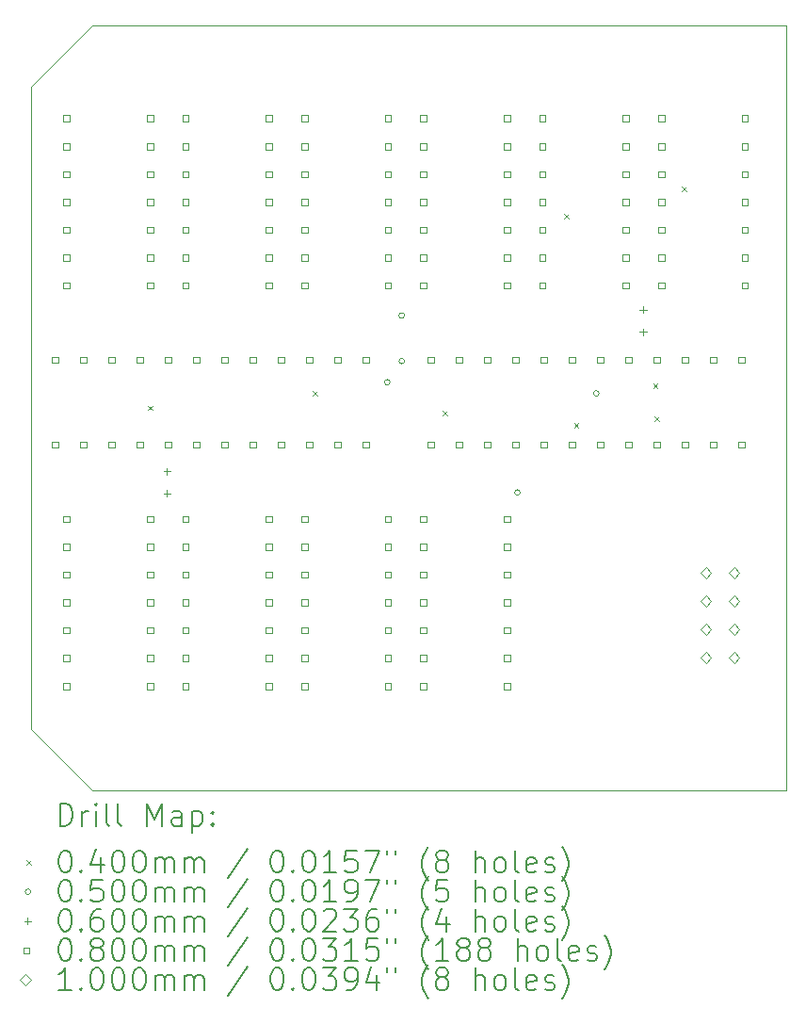
<source format=gbr>
%TF.GenerationSoftware,KiCad,Pcbnew,7.0.5*%
%TF.CreationDate,2024-02-16T17:04:19-05:00*%
%TF.ProjectId,SoyuzLedBoard,536f7975-7a4c-4656-9442-6f6172642e6b,rev?*%
%TF.SameCoordinates,Original*%
%TF.FileFunction,Drillmap*%
%TF.FilePolarity,Positive*%
%FSLAX45Y45*%
G04 Gerber Fmt 4.5, Leading zero omitted, Abs format (unit mm)*
G04 Created by KiCad (PCBNEW 7.0.5) date 2024-02-16 17:04:19*
%MOMM*%
%LPD*%
G01*
G04 APERTURE LIST*
%ADD10C,0.100000*%
%ADD11C,0.200000*%
%ADD12C,0.040000*%
%ADD13C,0.050000*%
%ADD14C,0.060000*%
%ADD15C,0.080000*%
G04 APERTURE END LIST*
D10*
X6960000Y-2000000D02*
X6410000Y-2550000D01*
X13200000Y-2000000D02*
X6960000Y-2000000D01*
X6410000Y-8330000D02*
X6960000Y-8880000D01*
X13200000Y-2000000D02*
X13200000Y-8880000D01*
X6410000Y-8330000D02*
X6410000Y-2550000D01*
X6960000Y-8880000D02*
X13200000Y-8880000D01*
D11*
D12*
X7460000Y-5420000D02*
X7500000Y-5460000D01*
X7500000Y-5420000D02*
X7460000Y-5460000D01*
X8940000Y-5290000D02*
X8980000Y-5330000D01*
X8980000Y-5290000D02*
X8940000Y-5330000D01*
X10110000Y-5470000D02*
X10150000Y-5510000D01*
X10150000Y-5470000D02*
X10110000Y-5510000D01*
X11200000Y-3700000D02*
X11240000Y-3740000D01*
X11240000Y-3700000D02*
X11200000Y-3740000D01*
X11290000Y-5580000D02*
X11330000Y-5620000D01*
X11330000Y-5580000D02*
X11290000Y-5620000D01*
X12000000Y-5220000D02*
X12040000Y-5260000D01*
X12040000Y-5220000D02*
X12000000Y-5260000D01*
X12010000Y-5520000D02*
X12050000Y-5560000D01*
X12050000Y-5520000D02*
X12010000Y-5560000D01*
X12260000Y-3450000D02*
X12300000Y-3490000D01*
X12300000Y-3450000D02*
X12260000Y-3490000D01*
D13*
X9635000Y-5210000D02*
G75*
G03*
X9635000Y-5210000I-25000J0D01*
G01*
X9765000Y-4610000D02*
G75*
G03*
X9765000Y-4610000I-25000J0D01*
G01*
X9765000Y-5020000D02*
G75*
G03*
X9765000Y-5020000I-25000J0D01*
G01*
X10805000Y-6200000D02*
G75*
G03*
X10805000Y-6200000I-25000J0D01*
G01*
X11515000Y-5310000D02*
G75*
G03*
X11515000Y-5310000I-25000J0D01*
G01*
D14*
X7630000Y-5980000D02*
X7630000Y-6040000D01*
X7600000Y-6010000D02*
X7660000Y-6010000D01*
X7630000Y-6180000D02*
X7630000Y-6240000D01*
X7600000Y-6210000D02*
X7660000Y-6210000D01*
X11910000Y-4527260D02*
X11910000Y-4587260D01*
X11880000Y-4557260D02*
X11940000Y-4557260D01*
X11910000Y-4727260D02*
X11910000Y-4787260D01*
X11880000Y-4757260D02*
X11940000Y-4757260D01*
D15*
X6650784Y-5038285D02*
X6650784Y-4981716D01*
X6594215Y-4981716D01*
X6594215Y-5038285D01*
X6650784Y-5038285D01*
X6650784Y-5800284D02*
X6650784Y-5743715D01*
X6594215Y-5743715D01*
X6594215Y-5800284D01*
X6650784Y-5800284D01*
X6753284Y-2868284D02*
X6753284Y-2811715D01*
X6696715Y-2811715D01*
X6696715Y-2868284D01*
X6753284Y-2868284D01*
X6753284Y-3118284D02*
X6753284Y-3061715D01*
X6696715Y-3061715D01*
X6696715Y-3118284D01*
X6753284Y-3118284D01*
X6753284Y-3368284D02*
X6753284Y-3311715D01*
X6696715Y-3311715D01*
X6696715Y-3368284D01*
X6753284Y-3368284D01*
X6753284Y-3618284D02*
X6753284Y-3561715D01*
X6696715Y-3561715D01*
X6696715Y-3618284D01*
X6753284Y-3618284D01*
X6753284Y-3868284D02*
X6753284Y-3811715D01*
X6696715Y-3811715D01*
X6696715Y-3868284D01*
X6753284Y-3868284D01*
X6753284Y-4118284D02*
X6753284Y-4061715D01*
X6696715Y-4061715D01*
X6696715Y-4118284D01*
X6753284Y-4118284D01*
X6753284Y-4368285D02*
X6753284Y-4311716D01*
X6696715Y-4311716D01*
X6696715Y-4368285D01*
X6753284Y-4368285D01*
X6753284Y-6468284D02*
X6753284Y-6411715D01*
X6696715Y-6411715D01*
X6696715Y-6468284D01*
X6753284Y-6468284D01*
X6753284Y-6718284D02*
X6753284Y-6661715D01*
X6696715Y-6661715D01*
X6696715Y-6718284D01*
X6753284Y-6718284D01*
X6753284Y-6968284D02*
X6753284Y-6911715D01*
X6696715Y-6911715D01*
X6696715Y-6968284D01*
X6753284Y-6968284D01*
X6753284Y-7218284D02*
X6753284Y-7161715D01*
X6696715Y-7161715D01*
X6696715Y-7218284D01*
X6753284Y-7218284D01*
X6753284Y-7468284D02*
X6753284Y-7411715D01*
X6696715Y-7411715D01*
X6696715Y-7468284D01*
X6753284Y-7468284D01*
X6753284Y-7718284D02*
X6753284Y-7661715D01*
X6696715Y-7661715D01*
X6696715Y-7718284D01*
X6753284Y-7718284D01*
X6753284Y-7968284D02*
X6753284Y-7911715D01*
X6696715Y-7911715D01*
X6696715Y-7968284D01*
X6753284Y-7968284D01*
X6904784Y-5038285D02*
X6904784Y-4981716D01*
X6848215Y-4981716D01*
X6848215Y-5038285D01*
X6904784Y-5038285D01*
X6904784Y-5800284D02*
X6904784Y-5743715D01*
X6848215Y-5743715D01*
X6848215Y-5800284D01*
X6904784Y-5800284D01*
X7158784Y-5038285D02*
X7158784Y-4981716D01*
X7102215Y-4981716D01*
X7102215Y-5038285D01*
X7158784Y-5038285D01*
X7158784Y-5800284D02*
X7158784Y-5743715D01*
X7102215Y-5743715D01*
X7102215Y-5800284D01*
X7158784Y-5800284D01*
X7412784Y-5038285D02*
X7412784Y-4981716D01*
X7356215Y-4981716D01*
X7356215Y-5038285D01*
X7412784Y-5038285D01*
X7412784Y-5800284D02*
X7412784Y-5743715D01*
X7356215Y-5743715D01*
X7356215Y-5800284D01*
X7412784Y-5800284D01*
X7503284Y-2868284D02*
X7503284Y-2811715D01*
X7446715Y-2811715D01*
X7446715Y-2868284D01*
X7503284Y-2868284D01*
X7503284Y-3118284D02*
X7503284Y-3061715D01*
X7446715Y-3061715D01*
X7446715Y-3118284D01*
X7503284Y-3118284D01*
X7503284Y-3368284D02*
X7503284Y-3311715D01*
X7446715Y-3311715D01*
X7446715Y-3368284D01*
X7503284Y-3368284D01*
X7503284Y-3618284D02*
X7503284Y-3561715D01*
X7446715Y-3561715D01*
X7446715Y-3618284D01*
X7503284Y-3618284D01*
X7503284Y-3868284D02*
X7503284Y-3811715D01*
X7446715Y-3811715D01*
X7446715Y-3868284D01*
X7503284Y-3868284D01*
X7503284Y-4118284D02*
X7503284Y-4061715D01*
X7446715Y-4061715D01*
X7446715Y-4118284D01*
X7503284Y-4118284D01*
X7503284Y-4368285D02*
X7503284Y-4311716D01*
X7446715Y-4311716D01*
X7446715Y-4368285D01*
X7503284Y-4368285D01*
X7503284Y-6468284D02*
X7503284Y-6411715D01*
X7446715Y-6411715D01*
X7446715Y-6468284D01*
X7503284Y-6468284D01*
X7503284Y-6718284D02*
X7503284Y-6661715D01*
X7446715Y-6661715D01*
X7446715Y-6718284D01*
X7503284Y-6718284D01*
X7503284Y-6968284D02*
X7503284Y-6911715D01*
X7446715Y-6911715D01*
X7446715Y-6968284D01*
X7503284Y-6968284D01*
X7503284Y-7218284D02*
X7503284Y-7161715D01*
X7446715Y-7161715D01*
X7446715Y-7218284D01*
X7503284Y-7218284D01*
X7503284Y-7468284D02*
X7503284Y-7411715D01*
X7446715Y-7411715D01*
X7446715Y-7468284D01*
X7503284Y-7468284D01*
X7503284Y-7718284D02*
X7503284Y-7661715D01*
X7446715Y-7661715D01*
X7446715Y-7718284D01*
X7503284Y-7718284D01*
X7503284Y-7968284D02*
X7503284Y-7911715D01*
X7446715Y-7911715D01*
X7446715Y-7968284D01*
X7503284Y-7968284D01*
X7666784Y-5038285D02*
X7666784Y-4981716D01*
X7610215Y-4981716D01*
X7610215Y-5038285D01*
X7666784Y-5038285D01*
X7666784Y-5800284D02*
X7666784Y-5743715D01*
X7610215Y-5743715D01*
X7610215Y-5800284D01*
X7666784Y-5800284D01*
X7823284Y-2868284D02*
X7823284Y-2811715D01*
X7766715Y-2811715D01*
X7766715Y-2868284D01*
X7823284Y-2868284D01*
X7823284Y-3118284D02*
X7823284Y-3061715D01*
X7766715Y-3061715D01*
X7766715Y-3118284D01*
X7823284Y-3118284D01*
X7823284Y-3368284D02*
X7823284Y-3311715D01*
X7766715Y-3311715D01*
X7766715Y-3368284D01*
X7823284Y-3368284D01*
X7823284Y-3618284D02*
X7823284Y-3561715D01*
X7766715Y-3561715D01*
X7766715Y-3618284D01*
X7823284Y-3618284D01*
X7823284Y-3868284D02*
X7823284Y-3811715D01*
X7766715Y-3811715D01*
X7766715Y-3868284D01*
X7823284Y-3868284D01*
X7823284Y-4118284D02*
X7823284Y-4061715D01*
X7766715Y-4061715D01*
X7766715Y-4118284D01*
X7823284Y-4118284D01*
X7823284Y-4368285D02*
X7823284Y-4311716D01*
X7766715Y-4311716D01*
X7766715Y-4368285D01*
X7823284Y-4368285D01*
X7823284Y-6468284D02*
X7823284Y-6411715D01*
X7766715Y-6411715D01*
X7766715Y-6468284D01*
X7823284Y-6468284D01*
X7823284Y-6718284D02*
X7823284Y-6661715D01*
X7766715Y-6661715D01*
X7766715Y-6718284D01*
X7823284Y-6718284D01*
X7823284Y-6968284D02*
X7823284Y-6911715D01*
X7766715Y-6911715D01*
X7766715Y-6968284D01*
X7823284Y-6968284D01*
X7823284Y-7218284D02*
X7823284Y-7161715D01*
X7766715Y-7161715D01*
X7766715Y-7218284D01*
X7823284Y-7218284D01*
X7823284Y-7468284D02*
X7823284Y-7411715D01*
X7766715Y-7411715D01*
X7766715Y-7468284D01*
X7823284Y-7468284D01*
X7823284Y-7718284D02*
X7823284Y-7661715D01*
X7766715Y-7661715D01*
X7766715Y-7718284D01*
X7823284Y-7718284D01*
X7823284Y-7968284D02*
X7823284Y-7911715D01*
X7766715Y-7911715D01*
X7766715Y-7968284D01*
X7823284Y-7968284D01*
X7920784Y-5038285D02*
X7920784Y-4981716D01*
X7864215Y-4981716D01*
X7864215Y-5038285D01*
X7920784Y-5038285D01*
X7920784Y-5800284D02*
X7920784Y-5743715D01*
X7864215Y-5743715D01*
X7864215Y-5800284D01*
X7920784Y-5800284D01*
X8174784Y-5038285D02*
X8174784Y-4981716D01*
X8118215Y-4981716D01*
X8118215Y-5038285D01*
X8174784Y-5038285D01*
X8174784Y-5800284D02*
X8174784Y-5743715D01*
X8118215Y-5743715D01*
X8118215Y-5800284D01*
X8174784Y-5800284D01*
X8428785Y-5038285D02*
X8428785Y-4981716D01*
X8372215Y-4981716D01*
X8372215Y-5038285D01*
X8428785Y-5038285D01*
X8428785Y-5800284D02*
X8428785Y-5743715D01*
X8372215Y-5743715D01*
X8372215Y-5800284D01*
X8428785Y-5800284D01*
X8573285Y-2868284D02*
X8573285Y-2811715D01*
X8516716Y-2811715D01*
X8516716Y-2868284D01*
X8573285Y-2868284D01*
X8573285Y-3118284D02*
X8573285Y-3061715D01*
X8516716Y-3061715D01*
X8516716Y-3118284D01*
X8573285Y-3118284D01*
X8573285Y-3368284D02*
X8573285Y-3311715D01*
X8516716Y-3311715D01*
X8516716Y-3368284D01*
X8573285Y-3368284D01*
X8573285Y-3618284D02*
X8573285Y-3561715D01*
X8516716Y-3561715D01*
X8516716Y-3618284D01*
X8573285Y-3618284D01*
X8573285Y-3868284D02*
X8573285Y-3811715D01*
X8516716Y-3811715D01*
X8516716Y-3868284D01*
X8573285Y-3868284D01*
X8573285Y-4118284D02*
X8573285Y-4061715D01*
X8516716Y-4061715D01*
X8516716Y-4118284D01*
X8573285Y-4118284D01*
X8573285Y-4368285D02*
X8573285Y-4311716D01*
X8516716Y-4311716D01*
X8516716Y-4368285D01*
X8573285Y-4368285D01*
X8573285Y-6468284D02*
X8573285Y-6411715D01*
X8516716Y-6411715D01*
X8516716Y-6468284D01*
X8573285Y-6468284D01*
X8573285Y-6718284D02*
X8573285Y-6661715D01*
X8516716Y-6661715D01*
X8516716Y-6718284D01*
X8573285Y-6718284D01*
X8573285Y-6968284D02*
X8573285Y-6911715D01*
X8516716Y-6911715D01*
X8516716Y-6968284D01*
X8573285Y-6968284D01*
X8573285Y-7218284D02*
X8573285Y-7161715D01*
X8516716Y-7161715D01*
X8516716Y-7218284D01*
X8573285Y-7218284D01*
X8573285Y-7468284D02*
X8573285Y-7411715D01*
X8516716Y-7411715D01*
X8516716Y-7468284D01*
X8573285Y-7468284D01*
X8573285Y-7718284D02*
X8573285Y-7661715D01*
X8516716Y-7661715D01*
X8516716Y-7718284D01*
X8573285Y-7718284D01*
X8573285Y-7968284D02*
X8573285Y-7911715D01*
X8516716Y-7911715D01*
X8516716Y-7968284D01*
X8573285Y-7968284D01*
X8682785Y-5038285D02*
X8682785Y-4981716D01*
X8626216Y-4981716D01*
X8626216Y-5038285D01*
X8682785Y-5038285D01*
X8682785Y-5800284D02*
X8682785Y-5743715D01*
X8626216Y-5743715D01*
X8626216Y-5800284D01*
X8682785Y-5800284D01*
X8893285Y-2868284D02*
X8893285Y-2811715D01*
X8836716Y-2811715D01*
X8836716Y-2868284D01*
X8893285Y-2868284D01*
X8893285Y-3118284D02*
X8893285Y-3061715D01*
X8836716Y-3061715D01*
X8836716Y-3118284D01*
X8893285Y-3118284D01*
X8893285Y-3368284D02*
X8893285Y-3311715D01*
X8836716Y-3311715D01*
X8836716Y-3368284D01*
X8893285Y-3368284D01*
X8893285Y-3618284D02*
X8893285Y-3561715D01*
X8836716Y-3561715D01*
X8836716Y-3618284D01*
X8893285Y-3618284D01*
X8893285Y-3868284D02*
X8893285Y-3811715D01*
X8836716Y-3811715D01*
X8836716Y-3868284D01*
X8893285Y-3868284D01*
X8893285Y-4118284D02*
X8893285Y-4061715D01*
X8836716Y-4061715D01*
X8836716Y-4118284D01*
X8893285Y-4118284D01*
X8893285Y-4368285D02*
X8893285Y-4311716D01*
X8836716Y-4311716D01*
X8836716Y-4368285D01*
X8893285Y-4368285D01*
X8893285Y-6468284D02*
X8893285Y-6411715D01*
X8836716Y-6411715D01*
X8836716Y-6468284D01*
X8893285Y-6468284D01*
X8893285Y-6718284D02*
X8893285Y-6661715D01*
X8836716Y-6661715D01*
X8836716Y-6718284D01*
X8893285Y-6718284D01*
X8893285Y-6968284D02*
X8893285Y-6911715D01*
X8836716Y-6911715D01*
X8836716Y-6968284D01*
X8893285Y-6968284D01*
X8893285Y-7218284D02*
X8893285Y-7161715D01*
X8836716Y-7161715D01*
X8836716Y-7218284D01*
X8893285Y-7218284D01*
X8893285Y-7468284D02*
X8893285Y-7411715D01*
X8836716Y-7411715D01*
X8836716Y-7468284D01*
X8893285Y-7468284D01*
X8893285Y-7718284D02*
X8893285Y-7661715D01*
X8836716Y-7661715D01*
X8836716Y-7718284D01*
X8893285Y-7718284D01*
X8893285Y-7968284D02*
X8893285Y-7911715D01*
X8836716Y-7911715D01*
X8836716Y-7968284D01*
X8893285Y-7968284D01*
X8936785Y-5038285D02*
X8936785Y-4981716D01*
X8880216Y-4981716D01*
X8880216Y-5038285D01*
X8936785Y-5038285D01*
X8936785Y-5800284D02*
X8936785Y-5743715D01*
X8880216Y-5743715D01*
X8880216Y-5800284D01*
X8936785Y-5800284D01*
X9190785Y-5038285D02*
X9190785Y-4981716D01*
X9134216Y-4981716D01*
X9134216Y-5038285D01*
X9190785Y-5038285D01*
X9190785Y-5800284D02*
X9190785Y-5743715D01*
X9134216Y-5743715D01*
X9134216Y-5800284D01*
X9190785Y-5800284D01*
X9444785Y-5038285D02*
X9444785Y-4981716D01*
X9388216Y-4981716D01*
X9388216Y-5038285D01*
X9444785Y-5038285D01*
X9444785Y-5800284D02*
X9444785Y-5743715D01*
X9388216Y-5743715D01*
X9388216Y-5800284D01*
X9444785Y-5800284D01*
X9643285Y-2868284D02*
X9643285Y-2811715D01*
X9586716Y-2811715D01*
X9586716Y-2868284D01*
X9643285Y-2868284D01*
X9643285Y-3118284D02*
X9643285Y-3061715D01*
X9586716Y-3061715D01*
X9586716Y-3118284D01*
X9643285Y-3118284D01*
X9643285Y-3368284D02*
X9643285Y-3311715D01*
X9586716Y-3311715D01*
X9586716Y-3368284D01*
X9643285Y-3368284D01*
X9643285Y-3618284D02*
X9643285Y-3561715D01*
X9586716Y-3561715D01*
X9586716Y-3618284D01*
X9643285Y-3618284D01*
X9643285Y-3868284D02*
X9643285Y-3811715D01*
X9586716Y-3811715D01*
X9586716Y-3868284D01*
X9643285Y-3868284D01*
X9643285Y-4118284D02*
X9643285Y-4061715D01*
X9586716Y-4061715D01*
X9586716Y-4118284D01*
X9643285Y-4118284D01*
X9643285Y-4368285D02*
X9643285Y-4311716D01*
X9586716Y-4311716D01*
X9586716Y-4368285D01*
X9643285Y-4368285D01*
X9643285Y-6468284D02*
X9643285Y-6411715D01*
X9586716Y-6411715D01*
X9586716Y-6468284D01*
X9643285Y-6468284D01*
X9643285Y-6718284D02*
X9643285Y-6661715D01*
X9586716Y-6661715D01*
X9586716Y-6718284D01*
X9643285Y-6718284D01*
X9643285Y-6968284D02*
X9643285Y-6911715D01*
X9586716Y-6911715D01*
X9586716Y-6968284D01*
X9643285Y-6968284D01*
X9643285Y-7218284D02*
X9643285Y-7161715D01*
X9586716Y-7161715D01*
X9586716Y-7218284D01*
X9643285Y-7218284D01*
X9643285Y-7468284D02*
X9643285Y-7411715D01*
X9586716Y-7411715D01*
X9586716Y-7468284D01*
X9643285Y-7468284D01*
X9643285Y-7718284D02*
X9643285Y-7661715D01*
X9586716Y-7661715D01*
X9586716Y-7718284D01*
X9643285Y-7718284D01*
X9643285Y-7968284D02*
X9643285Y-7911715D01*
X9586716Y-7911715D01*
X9586716Y-7968284D01*
X9643285Y-7968284D01*
X9963285Y-2868284D02*
X9963285Y-2811715D01*
X9906716Y-2811715D01*
X9906716Y-2868284D01*
X9963285Y-2868284D01*
X9963285Y-3118284D02*
X9963285Y-3061715D01*
X9906716Y-3061715D01*
X9906716Y-3118284D01*
X9963285Y-3118284D01*
X9963285Y-3368284D02*
X9963285Y-3311715D01*
X9906716Y-3311715D01*
X9906716Y-3368284D01*
X9963285Y-3368284D01*
X9963285Y-3618284D02*
X9963285Y-3561715D01*
X9906716Y-3561715D01*
X9906716Y-3618284D01*
X9963285Y-3618284D01*
X9963285Y-3868284D02*
X9963285Y-3811715D01*
X9906716Y-3811715D01*
X9906716Y-3868284D01*
X9963285Y-3868284D01*
X9963285Y-4118284D02*
X9963285Y-4061715D01*
X9906716Y-4061715D01*
X9906716Y-4118284D01*
X9963285Y-4118284D01*
X9963285Y-4368285D02*
X9963285Y-4311716D01*
X9906716Y-4311716D01*
X9906716Y-4368285D01*
X9963285Y-4368285D01*
X9963285Y-6468284D02*
X9963285Y-6411715D01*
X9906716Y-6411715D01*
X9906716Y-6468284D01*
X9963285Y-6468284D01*
X9963285Y-6718284D02*
X9963285Y-6661715D01*
X9906716Y-6661715D01*
X9906716Y-6718284D01*
X9963285Y-6718284D01*
X9963285Y-6968284D02*
X9963285Y-6911715D01*
X9906716Y-6911715D01*
X9906716Y-6968284D01*
X9963285Y-6968284D01*
X9963285Y-7218284D02*
X9963285Y-7161715D01*
X9906716Y-7161715D01*
X9906716Y-7218284D01*
X9963285Y-7218284D01*
X9963285Y-7468284D02*
X9963285Y-7411715D01*
X9906716Y-7411715D01*
X9906716Y-7468284D01*
X9963285Y-7468284D01*
X9963285Y-7718284D02*
X9963285Y-7661715D01*
X9906716Y-7661715D01*
X9906716Y-7718284D01*
X9963285Y-7718284D01*
X9963285Y-7968284D02*
X9963285Y-7911715D01*
X9906716Y-7911715D01*
X9906716Y-7968284D01*
X9963285Y-7968284D01*
X10031785Y-5036285D02*
X10031785Y-4979716D01*
X9975216Y-4979716D01*
X9975216Y-5036285D01*
X10031785Y-5036285D01*
X10031785Y-5798284D02*
X10031785Y-5741715D01*
X9975216Y-5741715D01*
X9975216Y-5798284D01*
X10031785Y-5798284D01*
X10285785Y-5036285D02*
X10285785Y-4979716D01*
X10229216Y-4979716D01*
X10229216Y-5036285D01*
X10285785Y-5036285D01*
X10285785Y-5798284D02*
X10285785Y-5741715D01*
X10229216Y-5741715D01*
X10229216Y-5798284D01*
X10285785Y-5798284D01*
X10539785Y-5036285D02*
X10539785Y-4979716D01*
X10483216Y-4979716D01*
X10483216Y-5036285D01*
X10539785Y-5036285D01*
X10539785Y-5798284D02*
X10539785Y-5741715D01*
X10483216Y-5741715D01*
X10483216Y-5798284D01*
X10539785Y-5798284D01*
X10713285Y-2868284D02*
X10713285Y-2811715D01*
X10656716Y-2811715D01*
X10656716Y-2868284D01*
X10713285Y-2868284D01*
X10713285Y-3118284D02*
X10713285Y-3061715D01*
X10656716Y-3061715D01*
X10656716Y-3118284D01*
X10713285Y-3118284D01*
X10713285Y-3368284D02*
X10713285Y-3311715D01*
X10656716Y-3311715D01*
X10656716Y-3368284D01*
X10713285Y-3368284D01*
X10713285Y-3618284D02*
X10713285Y-3561715D01*
X10656716Y-3561715D01*
X10656716Y-3618284D01*
X10713285Y-3618284D01*
X10713285Y-3868284D02*
X10713285Y-3811715D01*
X10656716Y-3811715D01*
X10656716Y-3868284D01*
X10713285Y-3868284D01*
X10713285Y-4118284D02*
X10713285Y-4061715D01*
X10656716Y-4061715D01*
X10656716Y-4118284D01*
X10713285Y-4118284D01*
X10713285Y-4368285D02*
X10713285Y-4311716D01*
X10656716Y-4311716D01*
X10656716Y-4368285D01*
X10713285Y-4368285D01*
X10713285Y-6468284D02*
X10713285Y-6411715D01*
X10656716Y-6411715D01*
X10656716Y-6468284D01*
X10713285Y-6468284D01*
X10713285Y-6718284D02*
X10713285Y-6661715D01*
X10656716Y-6661715D01*
X10656716Y-6718284D01*
X10713285Y-6718284D01*
X10713285Y-6968284D02*
X10713285Y-6911715D01*
X10656716Y-6911715D01*
X10656716Y-6968284D01*
X10713285Y-6968284D01*
X10713285Y-7218284D02*
X10713285Y-7161715D01*
X10656716Y-7161715D01*
X10656716Y-7218284D01*
X10713285Y-7218284D01*
X10713285Y-7468284D02*
X10713285Y-7411715D01*
X10656716Y-7411715D01*
X10656716Y-7468284D01*
X10713285Y-7468284D01*
X10713285Y-7718284D02*
X10713285Y-7661715D01*
X10656716Y-7661715D01*
X10656716Y-7718284D01*
X10713285Y-7718284D01*
X10713285Y-7968284D02*
X10713285Y-7911715D01*
X10656716Y-7911715D01*
X10656716Y-7968284D01*
X10713285Y-7968284D01*
X10793785Y-5036285D02*
X10793785Y-4979716D01*
X10737216Y-4979716D01*
X10737216Y-5036285D01*
X10793785Y-5036285D01*
X10793785Y-5798284D02*
X10793785Y-5741715D01*
X10737216Y-5741715D01*
X10737216Y-5798284D01*
X10793785Y-5798284D01*
X11033285Y-2868284D02*
X11033285Y-2811715D01*
X10976716Y-2811715D01*
X10976716Y-2868284D01*
X11033285Y-2868284D01*
X11033285Y-3118284D02*
X11033285Y-3061715D01*
X10976716Y-3061715D01*
X10976716Y-3118284D01*
X11033285Y-3118284D01*
X11033285Y-3368284D02*
X11033285Y-3311715D01*
X10976716Y-3311715D01*
X10976716Y-3368284D01*
X11033285Y-3368284D01*
X11033285Y-3618284D02*
X11033285Y-3561715D01*
X10976716Y-3561715D01*
X10976716Y-3618284D01*
X11033285Y-3618284D01*
X11033285Y-3868284D02*
X11033285Y-3811715D01*
X10976716Y-3811715D01*
X10976716Y-3868284D01*
X11033285Y-3868284D01*
X11033285Y-4118284D02*
X11033285Y-4061715D01*
X10976716Y-4061715D01*
X10976716Y-4118284D01*
X11033285Y-4118284D01*
X11033285Y-4368285D02*
X11033285Y-4311716D01*
X10976716Y-4311716D01*
X10976716Y-4368285D01*
X11033285Y-4368285D01*
X11047785Y-5036285D02*
X11047785Y-4979716D01*
X10991216Y-4979716D01*
X10991216Y-5036285D01*
X11047785Y-5036285D01*
X11047785Y-5798284D02*
X11047785Y-5741715D01*
X10991216Y-5741715D01*
X10991216Y-5798284D01*
X11047785Y-5798284D01*
X11301784Y-5036285D02*
X11301784Y-4979716D01*
X11245215Y-4979716D01*
X11245215Y-5036285D01*
X11301784Y-5036285D01*
X11301784Y-5798284D02*
X11301784Y-5741715D01*
X11245215Y-5741715D01*
X11245215Y-5798284D01*
X11301784Y-5798284D01*
X11555784Y-5036285D02*
X11555784Y-4979716D01*
X11499215Y-4979716D01*
X11499215Y-5036285D01*
X11555784Y-5036285D01*
X11555784Y-5798284D02*
X11555784Y-5741715D01*
X11499215Y-5741715D01*
X11499215Y-5798284D01*
X11555784Y-5798284D01*
X11783284Y-2868284D02*
X11783284Y-2811715D01*
X11726715Y-2811715D01*
X11726715Y-2868284D01*
X11783284Y-2868284D01*
X11783284Y-3118284D02*
X11783284Y-3061715D01*
X11726715Y-3061715D01*
X11726715Y-3118284D01*
X11783284Y-3118284D01*
X11783284Y-3368284D02*
X11783284Y-3311715D01*
X11726715Y-3311715D01*
X11726715Y-3368284D01*
X11783284Y-3368284D01*
X11783284Y-3618284D02*
X11783284Y-3561715D01*
X11726715Y-3561715D01*
X11726715Y-3618284D01*
X11783284Y-3618284D01*
X11783284Y-3868284D02*
X11783284Y-3811715D01*
X11726715Y-3811715D01*
X11726715Y-3868284D01*
X11783284Y-3868284D01*
X11783284Y-4118284D02*
X11783284Y-4061715D01*
X11726715Y-4061715D01*
X11726715Y-4118284D01*
X11783284Y-4118284D01*
X11783284Y-4368285D02*
X11783284Y-4311716D01*
X11726715Y-4311716D01*
X11726715Y-4368285D01*
X11783284Y-4368285D01*
X11809784Y-5036285D02*
X11809784Y-4979716D01*
X11753215Y-4979716D01*
X11753215Y-5036285D01*
X11809784Y-5036285D01*
X11809784Y-5798284D02*
X11809784Y-5741715D01*
X11753215Y-5741715D01*
X11753215Y-5798284D01*
X11809784Y-5798284D01*
X12063784Y-5036285D02*
X12063784Y-4979716D01*
X12007215Y-4979716D01*
X12007215Y-5036285D01*
X12063784Y-5036285D01*
X12063784Y-5798284D02*
X12063784Y-5741715D01*
X12007215Y-5741715D01*
X12007215Y-5798284D01*
X12063784Y-5798284D01*
X12103284Y-2868284D02*
X12103284Y-2811715D01*
X12046715Y-2811715D01*
X12046715Y-2868284D01*
X12103284Y-2868284D01*
X12103284Y-3118284D02*
X12103284Y-3061715D01*
X12046715Y-3061715D01*
X12046715Y-3118284D01*
X12103284Y-3118284D01*
X12103284Y-3368284D02*
X12103284Y-3311715D01*
X12046715Y-3311715D01*
X12046715Y-3368284D01*
X12103284Y-3368284D01*
X12103284Y-3618284D02*
X12103284Y-3561715D01*
X12046715Y-3561715D01*
X12046715Y-3618284D01*
X12103284Y-3618284D01*
X12103284Y-3868284D02*
X12103284Y-3811715D01*
X12046715Y-3811715D01*
X12046715Y-3868284D01*
X12103284Y-3868284D01*
X12103284Y-4118284D02*
X12103284Y-4061715D01*
X12046715Y-4061715D01*
X12046715Y-4118284D01*
X12103284Y-4118284D01*
X12103284Y-4368285D02*
X12103284Y-4311716D01*
X12046715Y-4311716D01*
X12046715Y-4368285D01*
X12103284Y-4368285D01*
X12317784Y-5036285D02*
X12317784Y-4979716D01*
X12261215Y-4979716D01*
X12261215Y-5036285D01*
X12317784Y-5036285D01*
X12317784Y-5798284D02*
X12317784Y-5741715D01*
X12261215Y-5741715D01*
X12261215Y-5798284D01*
X12317784Y-5798284D01*
X12571784Y-5036285D02*
X12571784Y-4979716D01*
X12515215Y-4979716D01*
X12515215Y-5036285D01*
X12571784Y-5036285D01*
X12571784Y-5798284D02*
X12571784Y-5741715D01*
X12515215Y-5741715D01*
X12515215Y-5798284D01*
X12571784Y-5798284D01*
X12825784Y-5036285D02*
X12825784Y-4979716D01*
X12769215Y-4979716D01*
X12769215Y-5036285D01*
X12825784Y-5036285D01*
X12825784Y-5798284D02*
X12825784Y-5741715D01*
X12769215Y-5741715D01*
X12769215Y-5798284D01*
X12825784Y-5798284D01*
X12853284Y-2868284D02*
X12853284Y-2811715D01*
X12796715Y-2811715D01*
X12796715Y-2868284D01*
X12853284Y-2868284D01*
X12853284Y-3118284D02*
X12853284Y-3061715D01*
X12796715Y-3061715D01*
X12796715Y-3118284D01*
X12853284Y-3118284D01*
X12853284Y-3368284D02*
X12853284Y-3311715D01*
X12796715Y-3311715D01*
X12796715Y-3368284D01*
X12853284Y-3368284D01*
X12853284Y-3618284D02*
X12853284Y-3561715D01*
X12796715Y-3561715D01*
X12796715Y-3618284D01*
X12853284Y-3618284D01*
X12853284Y-3868284D02*
X12853284Y-3811715D01*
X12796715Y-3811715D01*
X12796715Y-3868284D01*
X12853284Y-3868284D01*
X12853284Y-4118284D02*
X12853284Y-4061715D01*
X12796715Y-4061715D01*
X12796715Y-4118284D01*
X12853284Y-4118284D01*
X12853284Y-4368285D02*
X12853284Y-4311716D01*
X12796715Y-4311716D01*
X12796715Y-4368285D01*
X12853284Y-4368285D01*
D10*
X12473500Y-6970000D02*
X12523500Y-6920000D01*
X12473500Y-6870000D01*
X12423500Y-6920000D01*
X12473500Y-6970000D01*
X12473500Y-7224000D02*
X12523500Y-7174000D01*
X12473500Y-7124000D01*
X12423500Y-7174000D01*
X12473500Y-7224000D01*
X12473500Y-7478000D02*
X12523500Y-7428000D01*
X12473500Y-7378000D01*
X12423500Y-7428000D01*
X12473500Y-7478000D01*
X12473500Y-7732000D02*
X12523500Y-7682000D01*
X12473500Y-7632000D01*
X12423500Y-7682000D01*
X12473500Y-7732000D01*
X12727500Y-6970000D02*
X12777500Y-6920000D01*
X12727500Y-6870000D01*
X12677500Y-6920000D01*
X12727500Y-6970000D01*
X12727500Y-7224000D02*
X12777500Y-7174000D01*
X12727500Y-7124000D01*
X12677500Y-7174000D01*
X12727500Y-7224000D01*
X12727500Y-7478000D02*
X12777500Y-7428000D01*
X12727500Y-7378000D01*
X12677500Y-7428000D01*
X12727500Y-7478000D01*
X12727500Y-7732000D02*
X12777500Y-7682000D01*
X12727500Y-7632000D01*
X12677500Y-7682000D01*
X12727500Y-7732000D01*
D11*
X6665777Y-9196484D02*
X6665777Y-8996484D01*
X6665777Y-8996484D02*
X6713396Y-8996484D01*
X6713396Y-8996484D02*
X6741967Y-9006008D01*
X6741967Y-9006008D02*
X6761015Y-9025055D01*
X6761015Y-9025055D02*
X6770539Y-9044103D01*
X6770539Y-9044103D02*
X6780062Y-9082198D01*
X6780062Y-9082198D02*
X6780062Y-9110770D01*
X6780062Y-9110770D02*
X6770539Y-9148865D01*
X6770539Y-9148865D02*
X6761015Y-9167912D01*
X6761015Y-9167912D02*
X6741967Y-9186960D01*
X6741967Y-9186960D02*
X6713396Y-9196484D01*
X6713396Y-9196484D02*
X6665777Y-9196484D01*
X6865777Y-9196484D02*
X6865777Y-9063150D01*
X6865777Y-9101246D02*
X6875301Y-9082198D01*
X6875301Y-9082198D02*
X6884824Y-9072674D01*
X6884824Y-9072674D02*
X6903872Y-9063150D01*
X6903872Y-9063150D02*
X6922920Y-9063150D01*
X6989586Y-9196484D02*
X6989586Y-9063150D01*
X6989586Y-8996484D02*
X6980062Y-9006008D01*
X6980062Y-9006008D02*
X6989586Y-9015531D01*
X6989586Y-9015531D02*
X6999110Y-9006008D01*
X6999110Y-9006008D02*
X6989586Y-8996484D01*
X6989586Y-8996484D02*
X6989586Y-9015531D01*
X7113396Y-9196484D02*
X7094348Y-9186960D01*
X7094348Y-9186960D02*
X7084824Y-9167912D01*
X7084824Y-9167912D02*
X7084824Y-8996484D01*
X7218158Y-9196484D02*
X7199110Y-9186960D01*
X7199110Y-9186960D02*
X7189586Y-9167912D01*
X7189586Y-9167912D02*
X7189586Y-8996484D01*
X7446729Y-9196484D02*
X7446729Y-8996484D01*
X7446729Y-8996484D02*
X7513396Y-9139341D01*
X7513396Y-9139341D02*
X7580062Y-8996484D01*
X7580062Y-8996484D02*
X7580062Y-9196484D01*
X7761015Y-9196484D02*
X7761015Y-9091722D01*
X7761015Y-9091722D02*
X7751491Y-9072674D01*
X7751491Y-9072674D02*
X7732443Y-9063150D01*
X7732443Y-9063150D02*
X7694348Y-9063150D01*
X7694348Y-9063150D02*
X7675301Y-9072674D01*
X7761015Y-9186960D02*
X7741967Y-9196484D01*
X7741967Y-9196484D02*
X7694348Y-9196484D01*
X7694348Y-9196484D02*
X7675301Y-9186960D01*
X7675301Y-9186960D02*
X7665777Y-9167912D01*
X7665777Y-9167912D02*
X7665777Y-9148865D01*
X7665777Y-9148865D02*
X7675301Y-9129817D01*
X7675301Y-9129817D02*
X7694348Y-9120293D01*
X7694348Y-9120293D02*
X7741967Y-9120293D01*
X7741967Y-9120293D02*
X7761015Y-9110770D01*
X7856253Y-9063150D02*
X7856253Y-9263150D01*
X7856253Y-9072674D02*
X7875301Y-9063150D01*
X7875301Y-9063150D02*
X7913396Y-9063150D01*
X7913396Y-9063150D02*
X7932443Y-9072674D01*
X7932443Y-9072674D02*
X7941967Y-9082198D01*
X7941967Y-9082198D02*
X7951491Y-9101246D01*
X7951491Y-9101246D02*
X7951491Y-9158389D01*
X7951491Y-9158389D02*
X7941967Y-9177436D01*
X7941967Y-9177436D02*
X7932443Y-9186960D01*
X7932443Y-9186960D02*
X7913396Y-9196484D01*
X7913396Y-9196484D02*
X7875301Y-9196484D01*
X7875301Y-9196484D02*
X7856253Y-9186960D01*
X8037205Y-9177436D02*
X8046729Y-9186960D01*
X8046729Y-9186960D02*
X8037205Y-9196484D01*
X8037205Y-9196484D02*
X8027682Y-9186960D01*
X8027682Y-9186960D02*
X8037205Y-9177436D01*
X8037205Y-9177436D02*
X8037205Y-9196484D01*
X8037205Y-9072674D02*
X8046729Y-9082198D01*
X8046729Y-9082198D02*
X8037205Y-9091722D01*
X8037205Y-9091722D02*
X8027682Y-9082198D01*
X8027682Y-9082198D02*
X8037205Y-9072674D01*
X8037205Y-9072674D02*
X8037205Y-9091722D01*
D12*
X6365000Y-9505000D02*
X6405000Y-9545000D01*
X6405000Y-9505000D02*
X6365000Y-9545000D01*
D11*
X6703872Y-9416484D02*
X6722920Y-9416484D01*
X6722920Y-9416484D02*
X6741967Y-9426008D01*
X6741967Y-9426008D02*
X6751491Y-9435531D01*
X6751491Y-9435531D02*
X6761015Y-9454579D01*
X6761015Y-9454579D02*
X6770539Y-9492674D01*
X6770539Y-9492674D02*
X6770539Y-9540293D01*
X6770539Y-9540293D02*
X6761015Y-9578389D01*
X6761015Y-9578389D02*
X6751491Y-9597436D01*
X6751491Y-9597436D02*
X6741967Y-9606960D01*
X6741967Y-9606960D02*
X6722920Y-9616484D01*
X6722920Y-9616484D02*
X6703872Y-9616484D01*
X6703872Y-9616484D02*
X6684824Y-9606960D01*
X6684824Y-9606960D02*
X6675301Y-9597436D01*
X6675301Y-9597436D02*
X6665777Y-9578389D01*
X6665777Y-9578389D02*
X6656253Y-9540293D01*
X6656253Y-9540293D02*
X6656253Y-9492674D01*
X6656253Y-9492674D02*
X6665777Y-9454579D01*
X6665777Y-9454579D02*
X6675301Y-9435531D01*
X6675301Y-9435531D02*
X6684824Y-9426008D01*
X6684824Y-9426008D02*
X6703872Y-9416484D01*
X6856253Y-9597436D02*
X6865777Y-9606960D01*
X6865777Y-9606960D02*
X6856253Y-9616484D01*
X6856253Y-9616484D02*
X6846729Y-9606960D01*
X6846729Y-9606960D02*
X6856253Y-9597436D01*
X6856253Y-9597436D02*
X6856253Y-9616484D01*
X7037205Y-9483150D02*
X7037205Y-9616484D01*
X6989586Y-9406960D02*
X6941967Y-9549817D01*
X6941967Y-9549817D02*
X7065777Y-9549817D01*
X7180062Y-9416484D02*
X7199110Y-9416484D01*
X7199110Y-9416484D02*
X7218158Y-9426008D01*
X7218158Y-9426008D02*
X7227682Y-9435531D01*
X7227682Y-9435531D02*
X7237205Y-9454579D01*
X7237205Y-9454579D02*
X7246729Y-9492674D01*
X7246729Y-9492674D02*
X7246729Y-9540293D01*
X7246729Y-9540293D02*
X7237205Y-9578389D01*
X7237205Y-9578389D02*
X7227682Y-9597436D01*
X7227682Y-9597436D02*
X7218158Y-9606960D01*
X7218158Y-9606960D02*
X7199110Y-9616484D01*
X7199110Y-9616484D02*
X7180062Y-9616484D01*
X7180062Y-9616484D02*
X7161015Y-9606960D01*
X7161015Y-9606960D02*
X7151491Y-9597436D01*
X7151491Y-9597436D02*
X7141967Y-9578389D01*
X7141967Y-9578389D02*
X7132443Y-9540293D01*
X7132443Y-9540293D02*
X7132443Y-9492674D01*
X7132443Y-9492674D02*
X7141967Y-9454579D01*
X7141967Y-9454579D02*
X7151491Y-9435531D01*
X7151491Y-9435531D02*
X7161015Y-9426008D01*
X7161015Y-9426008D02*
X7180062Y-9416484D01*
X7370539Y-9416484D02*
X7389586Y-9416484D01*
X7389586Y-9416484D02*
X7408634Y-9426008D01*
X7408634Y-9426008D02*
X7418158Y-9435531D01*
X7418158Y-9435531D02*
X7427682Y-9454579D01*
X7427682Y-9454579D02*
X7437205Y-9492674D01*
X7437205Y-9492674D02*
X7437205Y-9540293D01*
X7437205Y-9540293D02*
X7427682Y-9578389D01*
X7427682Y-9578389D02*
X7418158Y-9597436D01*
X7418158Y-9597436D02*
X7408634Y-9606960D01*
X7408634Y-9606960D02*
X7389586Y-9616484D01*
X7389586Y-9616484D02*
X7370539Y-9616484D01*
X7370539Y-9616484D02*
X7351491Y-9606960D01*
X7351491Y-9606960D02*
X7341967Y-9597436D01*
X7341967Y-9597436D02*
X7332443Y-9578389D01*
X7332443Y-9578389D02*
X7322920Y-9540293D01*
X7322920Y-9540293D02*
X7322920Y-9492674D01*
X7322920Y-9492674D02*
X7332443Y-9454579D01*
X7332443Y-9454579D02*
X7341967Y-9435531D01*
X7341967Y-9435531D02*
X7351491Y-9426008D01*
X7351491Y-9426008D02*
X7370539Y-9416484D01*
X7522920Y-9616484D02*
X7522920Y-9483150D01*
X7522920Y-9502198D02*
X7532443Y-9492674D01*
X7532443Y-9492674D02*
X7551491Y-9483150D01*
X7551491Y-9483150D02*
X7580063Y-9483150D01*
X7580063Y-9483150D02*
X7599110Y-9492674D01*
X7599110Y-9492674D02*
X7608634Y-9511722D01*
X7608634Y-9511722D02*
X7608634Y-9616484D01*
X7608634Y-9511722D02*
X7618158Y-9492674D01*
X7618158Y-9492674D02*
X7637205Y-9483150D01*
X7637205Y-9483150D02*
X7665777Y-9483150D01*
X7665777Y-9483150D02*
X7684824Y-9492674D01*
X7684824Y-9492674D02*
X7694348Y-9511722D01*
X7694348Y-9511722D02*
X7694348Y-9616484D01*
X7789586Y-9616484D02*
X7789586Y-9483150D01*
X7789586Y-9502198D02*
X7799110Y-9492674D01*
X7799110Y-9492674D02*
X7818158Y-9483150D01*
X7818158Y-9483150D02*
X7846729Y-9483150D01*
X7846729Y-9483150D02*
X7865777Y-9492674D01*
X7865777Y-9492674D02*
X7875301Y-9511722D01*
X7875301Y-9511722D02*
X7875301Y-9616484D01*
X7875301Y-9511722D02*
X7884824Y-9492674D01*
X7884824Y-9492674D02*
X7903872Y-9483150D01*
X7903872Y-9483150D02*
X7932443Y-9483150D01*
X7932443Y-9483150D02*
X7951491Y-9492674D01*
X7951491Y-9492674D02*
X7961015Y-9511722D01*
X7961015Y-9511722D02*
X7961015Y-9616484D01*
X8351491Y-9406960D02*
X8180063Y-9664103D01*
X8608634Y-9416484D02*
X8627682Y-9416484D01*
X8627682Y-9416484D02*
X8646729Y-9426008D01*
X8646729Y-9426008D02*
X8656253Y-9435531D01*
X8656253Y-9435531D02*
X8665777Y-9454579D01*
X8665777Y-9454579D02*
X8675301Y-9492674D01*
X8675301Y-9492674D02*
X8675301Y-9540293D01*
X8675301Y-9540293D02*
X8665777Y-9578389D01*
X8665777Y-9578389D02*
X8656253Y-9597436D01*
X8656253Y-9597436D02*
X8646729Y-9606960D01*
X8646729Y-9606960D02*
X8627682Y-9616484D01*
X8627682Y-9616484D02*
X8608634Y-9616484D01*
X8608634Y-9616484D02*
X8589587Y-9606960D01*
X8589587Y-9606960D02*
X8580063Y-9597436D01*
X8580063Y-9597436D02*
X8570539Y-9578389D01*
X8570539Y-9578389D02*
X8561015Y-9540293D01*
X8561015Y-9540293D02*
X8561015Y-9492674D01*
X8561015Y-9492674D02*
X8570539Y-9454579D01*
X8570539Y-9454579D02*
X8580063Y-9435531D01*
X8580063Y-9435531D02*
X8589587Y-9426008D01*
X8589587Y-9426008D02*
X8608634Y-9416484D01*
X8761015Y-9597436D02*
X8770539Y-9606960D01*
X8770539Y-9606960D02*
X8761015Y-9616484D01*
X8761015Y-9616484D02*
X8751491Y-9606960D01*
X8751491Y-9606960D02*
X8761015Y-9597436D01*
X8761015Y-9597436D02*
X8761015Y-9616484D01*
X8894348Y-9416484D02*
X8913396Y-9416484D01*
X8913396Y-9416484D02*
X8932444Y-9426008D01*
X8932444Y-9426008D02*
X8941968Y-9435531D01*
X8941968Y-9435531D02*
X8951491Y-9454579D01*
X8951491Y-9454579D02*
X8961015Y-9492674D01*
X8961015Y-9492674D02*
X8961015Y-9540293D01*
X8961015Y-9540293D02*
X8951491Y-9578389D01*
X8951491Y-9578389D02*
X8941968Y-9597436D01*
X8941968Y-9597436D02*
X8932444Y-9606960D01*
X8932444Y-9606960D02*
X8913396Y-9616484D01*
X8913396Y-9616484D02*
X8894348Y-9616484D01*
X8894348Y-9616484D02*
X8875301Y-9606960D01*
X8875301Y-9606960D02*
X8865777Y-9597436D01*
X8865777Y-9597436D02*
X8856253Y-9578389D01*
X8856253Y-9578389D02*
X8846729Y-9540293D01*
X8846729Y-9540293D02*
X8846729Y-9492674D01*
X8846729Y-9492674D02*
X8856253Y-9454579D01*
X8856253Y-9454579D02*
X8865777Y-9435531D01*
X8865777Y-9435531D02*
X8875301Y-9426008D01*
X8875301Y-9426008D02*
X8894348Y-9416484D01*
X9151491Y-9616484D02*
X9037206Y-9616484D01*
X9094348Y-9616484D02*
X9094348Y-9416484D01*
X9094348Y-9416484D02*
X9075301Y-9445055D01*
X9075301Y-9445055D02*
X9056253Y-9464103D01*
X9056253Y-9464103D02*
X9037206Y-9473627D01*
X9332444Y-9416484D02*
X9237206Y-9416484D01*
X9237206Y-9416484D02*
X9227682Y-9511722D01*
X9227682Y-9511722D02*
X9237206Y-9502198D01*
X9237206Y-9502198D02*
X9256253Y-9492674D01*
X9256253Y-9492674D02*
X9303872Y-9492674D01*
X9303872Y-9492674D02*
X9322920Y-9502198D01*
X9322920Y-9502198D02*
X9332444Y-9511722D01*
X9332444Y-9511722D02*
X9341968Y-9530770D01*
X9341968Y-9530770D02*
X9341968Y-9578389D01*
X9341968Y-9578389D02*
X9332444Y-9597436D01*
X9332444Y-9597436D02*
X9322920Y-9606960D01*
X9322920Y-9606960D02*
X9303872Y-9616484D01*
X9303872Y-9616484D02*
X9256253Y-9616484D01*
X9256253Y-9616484D02*
X9237206Y-9606960D01*
X9237206Y-9606960D02*
X9227682Y-9597436D01*
X9408634Y-9416484D02*
X9541968Y-9416484D01*
X9541968Y-9416484D02*
X9456253Y-9616484D01*
X9608634Y-9416484D02*
X9608634Y-9454579D01*
X9684825Y-9416484D02*
X9684825Y-9454579D01*
X9980063Y-9692674D02*
X9970539Y-9683150D01*
X9970539Y-9683150D02*
X9951491Y-9654579D01*
X9951491Y-9654579D02*
X9941968Y-9635531D01*
X9941968Y-9635531D02*
X9932444Y-9606960D01*
X9932444Y-9606960D02*
X9922920Y-9559341D01*
X9922920Y-9559341D02*
X9922920Y-9521246D01*
X9922920Y-9521246D02*
X9932444Y-9473627D01*
X9932444Y-9473627D02*
X9941968Y-9445055D01*
X9941968Y-9445055D02*
X9951491Y-9426008D01*
X9951491Y-9426008D02*
X9970539Y-9397436D01*
X9970539Y-9397436D02*
X9980063Y-9387912D01*
X10084825Y-9502198D02*
X10065777Y-9492674D01*
X10065777Y-9492674D02*
X10056253Y-9483150D01*
X10056253Y-9483150D02*
X10046730Y-9464103D01*
X10046730Y-9464103D02*
X10046730Y-9454579D01*
X10046730Y-9454579D02*
X10056253Y-9435531D01*
X10056253Y-9435531D02*
X10065777Y-9426008D01*
X10065777Y-9426008D02*
X10084825Y-9416484D01*
X10084825Y-9416484D02*
X10122920Y-9416484D01*
X10122920Y-9416484D02*
X10141968Y-9426008D01*
X10141968Y-9426008D02*
X10151491Y-9435531D01*
X10151491Y-9435531D02*
X10161015Y-9454579D01*
X10161015Y-9454579D02*
X10161015Y-9464103D01*
X10161015Y-9464103D02*
X10151491Y-9483150D01*
X10151491Y-9483150D02*
X10141968Y-9492674D01*
X10141968Y-9492674D02*
X10122920Y-9502198D01*
X10122920Y-9502198D02*
X10084825Y-9502198D01*
X10084825Y-9502198D02*
X10065777Y-9511722D01*
X10065777Y-9511722D02*
X10056253Y-9521246D01*
X10056253Y-9521246D02*
X10046730Y-9540293D01*
X10046730Y-9540293D02*
X10046730Y-9578389D01*
X10046730Y-9578389D02*
X10056253Y-9597436D01*
X10056253Y-9597436D02*
X10065777Y-9606960D01*
X10065777Y-9606960D02*
X10084825Y-9616484D01*
X10084825Y-9616484D02*
X10122920Y-9616484D01*
X10122920Y-9616484D02*
X10141968Y-9606960D01*
X10141968Y-9606960D02*
X10151491Y-9597436D01*
X10151491Y-9597436D02*
X10161015Y-9578389D01*
X10161015Y-9578389D02*
X10161015Y-9540293D01*
X10161015Y-9540293D02*
X10151491Y-9521246D01*
X10151491Y-9521246D02*
X10141968Y-9511722D01*
X10141968Y-9511722D02*
X10122920Y-9502198D01*
X10399111Y-9616484D02*
X10399111Y-9416484D01*
X10484825Y-9616484D02*
X10484825Y-9511722D01*
X10484825Y-9511722D02*
X10475301Y-9492674D01*
X10475301Y-9492674D02*
X10456253Y-9483150D01*
X10456253Y-9483150D02*
X10427682Y-9483150D01*
X10427682Y-9483150D02*
X10408634Y-9492674D01*
X10408634Y-9492674D02*
X10399111Y-9502198D01*
X10608634Y-9616484D02*
X10589587Y-9606960D01*
X10589587Y-9606960D02*
X10580063Y-9597436D01*
X10580063Y-9597436D02*
X10570539Y-9578389D01*
X10570539Y-9578389D02*
X10570539Y-9521246D01*
X10570539Y-9521246D02*
X10580063Y-9502198D01*
X10580063Y-9502198D02*
X10589587Y-9492674D01*
X10589587Y-9492674D02*
X10608634Y-9483150D01*
X10608634Y-9483150D02*
X10637206Y-9483150D01*
X10637206Y-9483150D02*
X10656253Y-9492674D01*
X10656253Y-9492674D02*
X10665777Y-9502198D01*
X10665777Y-9502198D02*
X10675301Y-9521246D01*
X10675301Y-9521246D02*
X10675301Y-9578389D01*
X10675301Y-9578389D02*
X10665777Y-9597436D01*
X10665777Y-9597436D02*
X10656253Y-9606960D01*
X10656253Y-9606960D02*
X10637206Y-9616484D01*
X10637206Y-9616484D02*
X10608634Y-9616484D01*
X10789587Y-9616484D02*
X10770539Y-9606960D01*
X10770539Y-9606960D02*
X10761015Y-9587912D01*
X10761015Y-9587912D02*
X10761015Y-9416484D01*
X10941968Y-9606960D02*
X10922920Y-9616484D01*
X10922920Y-9616484D02*
X10884825Y-9616484D01*
X10884825Y-9616484D02*
X10865777Y-9606960D01*
X10865777Y-9606960D02*
X10856253Y-9587912D01*
X10856253Y-9587912D02*
X10856253Y-9511722D01*
X10856253Y-9511722D02*
X10865777Y-9492674D01*
X10865777Y-9492674D02*
X10884825Y-9483150D01*
X10884825Y-9483150D02*
X10922920Y-9483150D01*
X10922920Y-9483150D02*
X10941968Y-9492674D01*
X10941968Y-9492674D02*
X10951492Y-9511722D01*
X10951492Y-9511722D02*
X10951492Y-9530770D01*
X10951492Y-9530770D02*
X10856253Y-9549817D01*
X11027682Y-9606960D02*
X11046730Y-9616484D01*
X11046730Y-9616484D02*
X11084825Y-9616484D01*
X11084825Y-9616484D02*
X11103873Y-9606960D01*
X11103873Y-9606960D02*
X11113396Y-9587912D01*
X11113396Y-9587912D02*
X11113396Y-9578389D01*
X11113396Y-9578389D02*
X11103873Y-9559341D01*
X11103873Y-9559341D02*
X11084825Y-9549817D01*
X11084825Y-9549817D02*
X11056253Y-9549817D01*
X11056253Y-9549817D02*
X11037206Y-9540293D01*
X11037206Y-9540293D02*
X11027682Y-9521246D01*
X11027682Y-9521246D02*
X11027682Y-9511722D01*
X11027682Y-9511722D02*
X11037206Y-9492674D01*
X11037206Y-9492674D02*
X11056253Y-9483150D01*
X11056253Y-9483150D02*
X11084825Y-9483150D01*
X11084825Y-9483150D02*
X11103873Y-9492674D01*
X11180063Y-9692674D02*
X11189587Y-9683150D01*
X11189587Y-9683150D02*
X11208634Y-9654579D01*
X11208634Y-9654579D02*
X11218158Y-9635531D01*
X11218158Y-9635531D02*
X11227682Y-9606960D01*
X11227682Y-9606960D02*
X11237206Y-9559341D01*
X11237206Y-9559341D02*
X11237206Y-9521246D01*
X11237206Y-9521246D02*
X11227682Y-9473627D01*
X11227682Y-9473627D02*
X11218158Y-9445055D01*
X11218158Y-9445055D02*
X11208634Y-9426008D01*
X11208634Y-9426008D02*
X11189587Y-9397436D01*
X11189587Y-9397436D02*
X11180063Y-9387912D01*
D13*
X6405000Y-9789000D02*
G75*
G03*
X6405000Y-9789000I-25000J0D01*
G01*
D11*
X6703872Y-9680484D02*
X6722920Y-9680484D01*
X6722920Y-9680484D02*
X6741967Y-9690008D01*
X6741967Y-9690008D02*
X6751491Y-9699531D01*
X6751491Y-9699531D02*
X6761015Y-9718579D01*
X6761015Y-9718579D02*
X6770539Y-9756674D01*
X6770539Y-9756674D02*
X6770539Y-9804293D01*
X6770539Y-9804293D02*
X6761015Y-9842389D01*
X6761015Y-9842389D02*
X6751491Y-9861436D01*
X6751491Y-9861436D02*
X6741967Y-9870960D01*
X6741967Y-9870960D02*
X6722920Y-9880484D01*
X6722920Y-9880484D02*
X6703872Y-9880484D01*
X6703872Y-9880484D02*
X6684824Y-9870960D01*
X6684824Y-9870960D02*
X6675301Y-9861436D01*
X6675301Y-9861436D02*
X6665777Y-9842389D01*
X6665777Y-9842389D02*
X6656253Y-9804293D01*
X6656253Y-9804293D02*
X6656253Y-9756674D01*
X6656253Y-9756674D02*
X6665777Y-9718579D01*
X6665777Y-9718579D02*
X6675301Y-9699531D01*
X6675301Y-9699531D02*
X6684824Y-9690008D01*
X6684824Y-9690008D02*
X6703872Y-9680484D01*
X6856253Y-9861436D02*
X6865777Y-9870960D01*
X6865777Y-9870960D02*
X6856253Y-9880484D01*
X6856253Y-9880484D02*
X6846729Y-9870960D01*
X6846729Y-9870960D02*
X6856253Y-9861436D01*
X6856253Y-9861436D02*
X6856253Y-9880484D01*
X7046729Y-9680484D02*
X6951491Y-9680484D01*
X6951491Y-9680484D02*
X6941967Y-9775722D01*
X6941967Y-9775722D02*
X6951491Y-9766198D01*
X6951491Y-9766198D02*
X6970539Y-9756674D01*
X6970539Y-9756674D02*
X7018158Y-9756674D01*
X7018158Y-9756674D02*
X7037205Y-9766198D01*
X7037205Y-9766198D02*
X7046729Y-9775722D01*
X7046729Y-9775722D02*
X7056253Y-9794770D01*
X7056253Y-9794770D02*
X7056253Y-9842389D01*
X7056253Y-9842389D02*
X7046729Y-9861436D01*
X7046729Y-9861436D02*
X7037205Y-9870960D01*
X7037205Y-9870960D02*
X7018158Y-9880484D01*
X7018158Y-9880484D02*
X6970539Y-9880484D01*
X6970539Y-9880484D02*
X6951491Y-9870960D01*
X6951491Y-9870960D02*
X6941967Y-9861436D01*
X7180062Y-9680484D02*
X7199110Y-9680484D01*
X7199110Y-9680484D02*
X7218158Y-9690008D01*
X7218158Y-9690008D02*
X7227682Y-9699531D01*
X7227682Y-9699531D02*
X7237205Y-9718579D01*
X7237205Y-9718579D02*
X7246729Y-9756674D01*
X7246729Y-9756674D02*
X7246729Y-9804293D01*
X7246729Y-9804293D02*
X7237205Y-9842389D01*
X7237205Y-9842389D02*
X7227682Y-9861436D01*
X7227682Y-9861436D02*
X7218158Y-9870960D01*
X7218158Y-9870960D02*
X7199110Y-9880484D01*
X7199110Y-9880484D02*
X7180062Y-9880484D01*
X7180062Y-9880484D02*
X7161015Y-9870960D01*
X7161015Y-9870960D02*
X7151491Y-9861436D01*
X7151491Y-9861436D02*
X7141967Y-9842389D01*
X7141967Y-9842389D02*
X7132443Y-9804293D01*
X7132443Y-9804293D02*
X7132443Y-9756674D01*
X7132443Y-9756674D02*
X7141967Y-9718579D01*
X7141967Y-9718579D02*
X7151491Y-9699531D01*
X7151491Y-9699531D02*
X7161015Y-9690008D01*
X7161015Y-9690008D02*
X7180062Y-9680484D01*
X7370539Y-9680484D02*
X7389586Y-9680484D01*
X7389586Y-9680484D02*
X7408634Y-9690008D01*
X7408634Y-9690008D02*
X7418158Y-9699531D01*
X7418158Y-9699531D02*
X7427682Y-9718579D01*
X7427682Y-9718579D02*
X7437205Y-9756674D01*
X7437205Y-9756674D02*
X7437205Y-9804293D01*
X7437205Y-9804293D02*
X7427682Y-9842389D01*
X7427682Y-9842389D02*
X7418158Y-9861436D01*
X7418158Y-9861436D02*
X7408634Y-9870960D01*
X7408634Y-9870960D02*
X7389586Y-9880484D01*
X7389586Y-9880484D02*
X7370539Y-9880484D01*
X7370539Y-9880484D02*
X7351491Y-9870960D01*
X7351491Y-9870960D02*
X7341967Y-9861436D01*
X7341967Y-9861436D02*
X7332443Y-9842389D01*
X7332443Y-9842389D02*
X7322920Y-9804293D01*
X7322920Y-9804293D02*
X7322920Y-9756674D01*
X7322920Y-9756674D02*
X7332443Y-9718579D01*
X7332443Y-9718579D02*
X7341967Y-9699531D01*
X7341967Y-9699531D02*
X7351491Y-9690008D01*
X7351491Y-9690008D02*
X7370539Y-9680484D01*
X7522920Y-9880484D02*
X7522920Y-9747150D01*
X7522920Y-9766198D02*
X7532443Y-9756674D01*
X7532443Y-9756674D02*
X7551491Y-9747150D01*
X7551491Y-9747150D02*
X7580063Y-9747150D01*
X7580063Y-9747150D02*
X7599110Y-9756674D01*
X7599110Y-9756674D02*
X7608634Y-9775722D01*
X7608634Y-9775722D02*
X7608634Y-9880484D01*
X7608634Y-9775722D02*
X7618158Y-9756674D01*
X7618158Y-9756674D02*
X7637205Y-9747150D01*
X7637205Y-9747150D02*
X7665777Y-9747150D01*
X7665777Y-9747150D02*
X7684824Y-9756674D01*
X7684824Y-9756674D02*
X7694348Y-9775722D01*
X7694348Y-9775722D02*
X7694348Y-9880484D01*
X7789586Y-9880484D02*
X7789586Y-9747150D01*
X7789586Y-9766198D02*
X7799110Y-9756674D01*
X7799110Y-9756674D02*
X7818158Y-9747150D01*
X7818158Y-9747150D02*
X7846729Y-9747150D01*
X7846729Y-9747150D02*
X7865777Y-9756674D01*
X7865777Y-9756674D02*
X7875301Y-9775722D01*
X7875301Y-9775722D02*
X7875301Y-9880484D01*
X7875301Y-9775722D02*
X7884824Y-9756674D01*
X7884824Y-9756674D02*
X7903872Y-9747150D01*
X7903872Y-9747150D02*
X7932443Y-9747150D01*
X7932443Y-9747150D02*
X7951491Y-9756674D01*
X7951491Y-9756674D02*
X7961015Y-9775722D01*
X7961015Y-9775722D02*
X7961015Y-9880484D01*
X8351491Y-9670960D02*
X8180063Y-9928103D01*
X8608634Y-9680484D02*
X8627682Y-9680484D01*
X8627682Y-9680484D02*
X8646729Y-9690008D01*
X8646729Y-9690008D02*
X8656253Y-9699531D01*
X8656253Y-9699531D02*
X8665777Y-9718579D01*
X8665777Y-9718579D02*
X8675301Y-9756674D01*
X8675301Y-9756674D02*
X8675301Y-9804293D01*
X8675301Y-9804293D02*
X8665777Y-9842389D01*
X8665777Y-9842389D02*
X8656253Y-9861436D01*
X8656253Y-9861436D02*
X8646729Y-9870960D01*
X8646729Y-9870960D02*
X8627682Y-9880484D01*
X8627682Y-9880484D02*
X8608634Y-9880484D01*
X8608634Y-9880484D02*
X8589587Y-9870960D01*
X8589587Y-9870960D02*
X8580063Y-9861436D01*
X8580063Y-9861436D02*
X8570539Y-9842389D01*
X8570539Y-9842389D02*
X8561015Y-9804293D01*
X8561015Y-9804293D02*
X8561015Y-9756674D01*
X8561015Y-9756674D02*
X8570539Y-9718579D01*
X8570539Y-9718579D02*
X8580063Y-9699531D01*
X8580063Y-9699531D02*
X8589587Y-9690008D01*
X8589587Y-9690008D02*
X8608634Y-9680484D01*
X8761015Y-9861436D02*
X8770539Y-9870960D01*
X8770539Y-9870960D02*
X8761015Y-9880484D01*
X8761015Y-9880484D02*
X8751491Y-9870960D01*
X8751491Y-9870960D02*
X8761015Y-9861436D01*
X8761015Y-9861436D02*
X8761015Y-9880484D01*
X8894348Y-9680484D02*
X8913396Y-9680484D01*
X8913396Y-9680484D02*
X8932444Y-9690008D01*
X8932444Y-9690008D02*
X8941968Y-9699531D01*
X8941968Y-9699531D02*
X8951491Y-9718579D01*
X8951491Y-9718579D02*
X8961015Y-9756674D01*
X8961015Y-9756674D02*
X8961015Y-9804293D01*
X8961015Y-9804293D02*
X8951491Y-9842389D01*
X8951491Y-9842389D02*
X8941968Y-9861436D01*
X8941968Y-9861436D02*
X8932444Y-9870960D01*
X8932444Y-9870960D02*
X8913396Y-9880484D01*
X8913396Y-9880484D02*
X8894348Y-9880484D01*
X8894348Y-9880484D02*
X8875301Y-9870960D01*
X8875301Y-9870960D02*
X8865777Y-9861436D01*
X8865777Y-9861436D02*
X8856253Y-9842389D01*
X8856253Y-9842389D02*
X8846729Y-9804293D01*
X8846729Y-9804293D02*
X8846729Y-9756674D01*
X8846729Y-9756674D02*
X8856253Y-9718579D01*
X8856253Y-9718579D02*
X8865777Y-9699531D01*
X8865777Y-9699531D02*
X8875301Y-9690008D01*
X8875301Y-9690008D02*
X8894348Y-9680484D01*
X9151491Y-9880484D02*
X9037206Y-9880484D01*
X9094348Y-9880484D02*
X9094348Y-9680484D01*
X9094348Y-9680484D02*
X9075301Y-9709055D01*
X9075301Y-9709055D02*
X9056253Y-9728103D01*
X9056253Y-9728103D02*
X9037206Y-9737627D01*
X9246729Y-9880484D02*
X9284825Y-9880484D01*
X9284825Y-9880484D02*
X9303872Y-9870960D01*
X9303872Y-9870960D02*
X9313396Y-9861436D01*
X9313396Y-9861436D02*
X9332444Y-9832865D01*
X9332444Y-9832865D02*
X9341968Y-9794770D01*
X9341968Y-9794770D02*
X9341968Y-9718579D01*
X9341968Y-9718579D02*
X9332444Y-9699531D01*
X9332444Y-9699531D02*
X9322920Y-9690008D01*
X9322920Y-9690008D02*
X9303872Y-9680484D01*
X9303872Y-9680484D02*
X9265777Y-9680484D01*
X9265777Y-9680484D02*
X9246729Y-9690008D01*
X9246729Y-9690008D02*
X9237206Y-9699531D01*
X9237206Y-9699531D02*
X9227682Y-9718579D01*
X9227682Y-9718579D02*
X9227682Y-9766198D01*
X9227682Y-9766198D02*
X9237206Y-9785246D01*
X9237206Y-9785246D02*
X9246729Y-9794770D01*
X9246729Y-9794770D02*
X9265777Y-9804293D01*
X9265777Y-9804293D02*
X9303872Y-9804293D01*
X9303872Y-9804293D02*
X9322920Y-9794770D01*
X9322920Y-9794770D02*
X9332444Y-9785246D01*
X9332444Y-9785246D02*
X9341968Y-9766198D01*
X9408634Y-9680484D02*
X9541968Y-9680484D01*
X9541968Y-9680484D02*
X9456253Y-9880484D01*
X9608634Y-9680484D02*
X9608634Y-9718579D01*
X9684825Y-9680484D02*
X9684825Y-9718579D01*
X9980063Y-9956674D02*
X9970539Y-9947150D01*
X9970539Y-9947150D02*
X9951491Y-9918579D01*
X9951491Y-9918579D02*
X9941968Y-9899531D01*
X9941968Y-9899531D02*
X9932444Y-9870960D01*
X9932444Y-9870960D02*
X9922920Y-9823341D01*
X9922920Y-9823341D02*
X9922920Y-9785246D01*
X9922920Y-9785246D02*
X9932444Y-9737627D01*
X9932444Y-9737627D02*
X9941968Y-9709055D01*
X9941968Y-9709055D02*
X9951491Y-9690008D01*
X9951491Y-9690008D02*
X9970539Y-9661436D01*
X9970539Y-9661436D02*
X9980063Y-9651912D01*
X10151491Y-9680484D02*
X10056253Y-9680484D01*
X10056253Y-9680484D02*
X10046730Y-9775722D01*
X10046730Y-9775722D02*
X10056253Y-9766198D01*
X10056253Y-9766198D02*
X10075301Y-9756674D01*
X10075301Y-9756674D02*
X10122920Y-9756674D01*
X10122920Y-9756674D02*
X10141968Y-9766198D01*
X10141968Y-9766198D02*
X10151491Y-9775722D01*
X10151491Y-9775722D02*
X10161015Y-9794770D01*
X10161015Y-9794770D02*
X10161015Y-9842389D01*
X10161015Y-9842389D02*
X10151491Y-9861436D01*
X10151491Y-9861436D02*
X10141968Y-9870960D01*
X10141968Y-9870960D02*
X10122920Y-9880484D01*
X10122920Y-9880484D02*
X10075301Y-9880484D01*
X10075301Y-9880484D02*
X10056253Y-9870960D01*
X10056253Y-9870960D02*
X10046730Y-9861436D01*
X10399111Y-9880484D02*
X10399111Y-9680484D01*
X10484825Y-9880484D02*
X10484825Y-9775722D01*
X10484825Y-9775722D02*
X10475301Y-9756674D01*
X10475301Y-9756674D02*
X10456253Y-9747150D01*
X10456253Y-9747150D02*
X10427682Y-9747150D01*
X10427682Y-9747150D02*
X10408634Y-9756674D01*
X10408634Y-9756674D02*
X10399111Y-9766198D01*
X10608634Y-9880484D02*
X10589587Y-9870960D01*
X10589587Y-9870960D02*
X10580063Y-9861436D01*
X10580063Y-9861436D02*
X10570539Y-9842389D01*
X10570539Y-9842389D02*
X10570539Y-9785246D01*
X10570539Y-9785246D02*
X10580063Y-9766198D01*
X10580063Y-9766198D02*
X10589587Y-9756674D01*
X10589587Y-9756674D02*
X10608634Y-9747150D01*
X10608634Y-9747150D02*
X10637206Y-9747150D01*
X10637206Y-9747150D02*
X10656253Y-9756674D01*
X10656253Y-9756674D02*
X10665777Y-9766198D01*
X10665777Y-9766198D02*
X10675301Y-9785246D01*
X10675301Y-9785246D02*
X10675301Y-9842389D01*
X10675301Y-9842389D02*
X10665777Y-9861436D01*
X10665777Y-9861436D02*
X10656253Y-9870960D01*
X10656253Y-9870960D02*
X10637206Y-9880484D01*
X10637206Y-9880484D02*
X10608634Y-9880484D01*
X10789587Y-9880484D02*
X10770539Y-9870960D01*
X10770539Y-9870960D02*
X10761015Y-9851912D01*
X10761015Y-9851912D02*
X10761015Y-9680484D01*
X10941968Y-9870960D02*
X10922920Y-9880484D01*
X10922920Y-9880484D02*
X10884825Y-9880484D01*
X10884825Y-9880484D02*
X10865777Y-9870960D01*
X10865777Y-9870960D02*
X10856253Y-9851912D01*
X10856253Y-9851912D02*
X10856253Y-9775722D01*
X10856253Y-9775722D02*
X10865777Y-9756674D01*
X10865777Y-9756674D02*
X10884825Y-9747150D01*
X10884825Y-9747150D02*
X10922920Y-9747150D01*
X10922920Y-9747150D02*
X10941968Y-9756674D01*
X10941968Y-9756674D02*
X10951492Y-9775722D01*
X10951492Y-9775722D02*
X10951492Y-9794770D01*
X10951492Y-9794770D02*
X10856253Y-9813817D01*
X11027682Y-9870960D02*
X11046730Y-9880484D01*
X11046730Y-9880484D02*
X11084825Y-9880484D01*
X11084825Y-9880484D02*
X11103873Y-9870960D01*
X11103873Y-9870960D02*
X11113396Y-9851912D01*
X11113396Y-9851912D02*
X11113396Y-9842389D01*
X11113396Y-9842389D02*
X11103873Y-9823341D01*
X11103873Y-9823341D02*
X11084825Y-9813817D01*
X11084825Y-9813817D02*
X11056253Y-9813817D01*
X11056253Y-9813817D02*
X11037206Y-9804293D01*
X11037206Y-9804293D02*
X11027682Y-9785246D01*
X11027682Y-9785246D02*
X11027682Y-9775722D01*
X11027682Y-9775722D02*
X11037206Y-9756674D01*
X11037206Y-9756674D02*
X11056253Y-9747150D01*
X11056253Y-9747150D02*
X11084825Y-9747150D01*
X11084825Y-9747150D02*
X11103873Y-9756674D01*
X11180063Y-9956674D02*
X11189587Y-9947150D01*
X11189587Y-9947150D02*
X11208634Y-9918579D01*
X11208634Y-9918579D02*
X11218158Y-9899531D01*
X11218158Y-9899531D02*
X11227682Y-9870960D01*
X11227682Y-9870960D02*
X11237206Y-9823341D01*
X11237206Y-9823341D02*
X11237206Y-9785246D01*
X11237206Y-9785246D02*
X11227682Y-9737627D01*
X11227682Y-9737627D02*
X11218158Y-9709055D01*
X11218158Y-9709055D02*
X11208634Y-9690008D01*
X11208634Y-9690008D02*
X11189587Y-9661436D01*
X11189587Y-9661436D02*
X11180063Y-9651912D01*
D14*
X6375000Y-10023000D02*
X6375000Y-10083000D01*
X6345000Y-10053000D02*
X6405000Y-10053000D01*
D11*
X6703872Y-9944484D02*
X6722920Y-9944484D01*
X6722920Y-9944484D02*
X6741967Y-9954008D01*
X6741967Y-9954008D02*
X6751491Y-9963531D01*
X6751491Y-9963531D02*
X6761015Y-9982579D01*
X6761015Y-9982579D02*
X6770539Y-10020674D01*
X6770539Y-10020674D02*
X6770539Y-10068293D01*
X6770539Y-10068293D02*
X6761015Y-10106389D01*
X6761015Y-10106389D02*
X6751491Y-10125436D01*
X6751491Y-10125436D02*
X6741967Y-10134960D01*
X6741967Y-10134960D02*
X6722920Y-10144484D01*
X6722920Y-10144484D02*
X6703872Y-10144484D01*
X6703872Y-10144484D02*
X6684824Y-10134960D01*
X6684824Y-10134960D02*
X6675301Y-10125436D01*
X6675301Y-10125436D02*
X6665777Y-10106389D01*
X6665777Y-10106389D02*
X6656253Y-10068293D01*
X6656253Y-10068293D02*
X6656253Y-10020674D01*
X6656253Y-10020674D02*
X6665777Y-9982579D01*
X6665777Y-9982579D02*
X6675301Y-9963531D01*
X6675301Y-9963531D02*
X6684824Y-9954008D01*
X6684824Y-9954008D02*
X6703872Y-9944484D01*
X6856253Y-10125436D02*
X6865777Y-10134960D01*
X6865777Y-10134960D02*
X6856253Y-10144484D01*
X6856253Y-10144484D02*
X6846729Y-10134960D01*
X6846729Y-10134960D02*
X6856253Y-10125436D01*
X6856253Y-10125436D02*
X6856253Y-10144484D01*
X7037205Y-9944484D02*
X6999110Y-9944484D01*
X6999110Y-9944484D02*
X6980062Y-9954008D01*
X6980062Y-9954008D02*
X6970539Y-9963531D01*
X6970539Y-9963531D02*
X6951491Y-9992103D01*
X6951491Y-9992103D02*
X6941967Y-10030198D01*
X6941967Y-10030198D02*
X6941967Y-10106389D01*
X6941967Y-10106389D02*
X6951491Y-10125436D01*
X6951491Y-10125436D02*
X6961015Y-10134960D01*
X6961015Y-10134960D02*
X6980062Y-10144484D01*
X6980062Y-10144484D02*
X7018158Y-10144484D01*
X7018158Y-10144484D02*
X7037205Y-10134960D01*
X7037205Y-10134960D02*
X7046729Y-10125436D01*
X7046729Y-10125436D02*
X7056253Y-10106389D01*
X7056253Y-10106389D02*
X7056253Y-10058770D01*
X7056253Y-10058770D02*
X7046729Y-10039722D01*
X7046729Y-10039722D02*
X7037205Y-10030198D01*
X7037205Y-10030198D02*
X7018158Y-10020674D01*
X7018158Y-10020674D02*
X6980062Y-10020674D01*
X6980062Y-10020674D02*
X6961015Y-10030198D01*
X6961015Y-10030198D02*
X6951491Y-10039722D01*
X6951491Y-10039722D02*
X6941967Y-10058770D01*
X7180062Y-9944484D02*
X7199110Y-9944484D01*
X7199110Y-9944484D02*
X7218158Y-9954008D01*
X7218158Y-9954008D02*
X7227682Y-9963531D01*
X7227682Y-9963531D02*
X7237205Y-9982579D01*
X7237205Y-9982579D02*
X7246729Y-10020674D01*
X7246729Y-10020674D02*
X7246729Y-10068293D01*
X7246729Y-10068293D02*
X7237205Y-10106389D01*
X7237205Y-10106389D02*
X7227682Y-10125436D01*
X7227682Y-10125436D02*
X7218158Y-10134960D01*
X7218158Y-10134960D02*
X7199110Y-10144484D01*
X7199110Y-10144484D02*
X7180062Y-10144484D01*
X7180062Y-10144484D02*
X7161015Y-10134960D01*
X7161015Y-10134960D02*
X7151491Y-10125436D01*
X7151491Y-10125436D02*
X7141967Y-10106389D01*
X7141967Y-10106389D02*
X7132443Y-10068293D01*
X7132443Y-10068293D02*
X7132443Y-10020674D01*
X7132443Y-10020674D02*
X7141967Y-9982579D01*
X7141967Y-9982579D02*
X7151491Y-9963531D01*
X7151491Y-9963531D02*
X7161015Y-9954008D01*
X7161015Y-9954008D02*
X7180062Y-9944484D01*
X7370539Y-9944484D02*
X7389586Y-9944484D01*
X7389586Y-9944484D02*
X7408634Y-9954008D01*
X7408634Y-9954008D02*
X7418158Y-9963531D01*
X7418158Y-9963531D02*
X7427682Y-9982579D01*
X7427682Y-9982579D02*
X7437205Y-10020674D01*
X7437205Y-10020674D02*
X7437205Y-10068293D01*
X7437205Y-10068293D02*
X7427682Y-10106389D01*
X7427682Y-10106389D02*
X7418158Y-10125436D01*
X7418158Y-10125436D02*
X7408634Y-10134960D01*
X7408634Y-10134960D02*
X7389586Y-10144484D01*
X7389586Y-10144484D02*
X7370539Y-10144484D01*
X7370539Y-10144484D02*
X7351491Y-10134960D01*
X7351491Y-10134960D02*
X7341967Y-10125436D01*
X7341967Y-10125436D02*
X7332443Y-10106389D01*
X7332443Y-10106389D02*
X7322920Y-10068293D01*
X7322920Y-10068293D02*
X7322920Y-10020674D01*
X7322920Y-10020674D02*
X7332443Y-9982579D01*
X7332443Y-9982579D02*
X7341967Y-9963531D01*
X7341967Y-9963531D02*
X7351491Y-9954008D01*
X7351491Y-9954008D02*
X7370539Y-9944484D01*
X7522920Y-10144484D02*
X7522920Y-10011150D01*
X7522920Y-10030198D02*
X7532443Y-10020674D01*
X7532443Y-10020674D02*
X7551491Y-10011150D01*
X7551491Y-10011150D02*
X7580063Y-10011150D01*
X7580063Y-10011150D02*
X7599110Y-10020674D01*
X7599110Y-10020674D02*
X7608634Y-10039722D01*
X7608634Y-10039722D02*
X7608634Y-10144484D01*
X7608634Y-10039722D02*
X7618158Y-10020674D01*
X7618158Y-10020674D02*
X7637205Y-10011150D01*
X7637205Y-10011150D02*
X7665777Y-10011150D01*
X7665777Y-10011150D02*
X7684824Y-10020674D01*
X7684824Y-10020674D02*
X7694348Y-10039722D01*
X7694348Y-10039722D02*
X7694348Y-10144484D01*
X7789586Y-10144484D02*
X7789586Y-10011150D01*
X7789586Y-10030198D02*
X7799110Y-10020674D01*
X7799110Y-10020674D02*
X7818158Y-10011150D01*
X7818158Y-10011150D02*
X7846729Y-10011150D01*
X7846729Y-10011150D02*
X7865777Y-10020674D01*
X7865777Y-10020674D02*
X7875301Y-10039722D01*
X7875301Y-10039722D02*
X7875301Y-10144484D01*
X7875301Y-10039722D02*
X7884824Y-10020674D01*
X7884824Y-10020674D02*
X7903872Y-10011150D01*
X7903872Y-10011150D02*
X7932443Y-10011150D01*
X7932443Y-10011150D02*
X7951491Y-10020674D01*
X7951491Y-10020674D02*
X7961015Y-10039722D01*
X7961015Y-10039722D02*
X7961015Y-10144484D01*
X8351491Y-9934960D02*
X8180063Y-10192103D01*
X8608634Y-9944484D02*
X8627682Y-9944484D01*
X8627682Y-9944484D02*
X8646729Y-9954008D01*
X8646729Y-9954008D02*
X8656253Y-9963531D01*
X8656253Y-9963531D02*
X8665777Y-9982579D01*
X8665777Y-9982579D02*
X8675301Y-10020674D01*
X8675301Y-10020674D02*
X8675301Y-10068293D01*
X8675301Y-10068293D02*
X8665777Y-10106389D01*
X8665777Y-10106389D02*
X8656253Y-10125436D01*
X8656253Y-10125436D02*
X8646729Y-10134960D01*
X8646729Y-10134960D02*
X8627682Y-10144484D01*
X8627682Y-10144484D02*
X8608634Y-10144484D01*
X8608634Y-10144484D02*
X8589587Y-10134960D01*
X8589587Y-10134960D02*
X8580063Y-10125436D01*
X8580063Y-10125436D02*
X8570539Y-10106389D01*
X8570539Y-10106389D02*
X8561015Y-10068293D01*
X8561015Y-10068293D02*
X8561015Y-10020674D01*
X8561015Y-10020674D02*
X8570539Y-9982579D01*
X8570539Y-9982579D02*
X8580063Y-9963531D01*
X8580063Y-9963531D02*
X8589587Y-9954008D01*
X8589587Y-9954008D02*
X8608634Y-9944484D01*
X8761015Y-10125436D02*
X8770539Y-10134960D01*
X8770539Y-10134960D02*
X8761015Y-10144484D01*
X8761015Y-10144484D02*
X8751491Y-10134960D01*
X8751491Y-10134960D02*
X8761015Y-10125436D01*
X8761015Y-10125436D02*
X8761015Y-10144484D01*
X8894348Y-9944484D02*
X8913396Y-9944484D01*
X8913396Y-9944484D02*
X8932444Y-9954008D01*
X8932444Y-9954008D02*
X8941968Y-9963531D01*
X8941968Y-9963531D02*
X8951491Y-9982579D01*
X8951491Y-9982579D02*
X8961015Y-10020674D01*
X8961015Y-10020674D02*
X8961015Y-10068293D01*
X8961015Y-10068293D02*
X8951491Y-10106389D01*
X8951491Y-10106389D02*
X8941968Y-10125436D01*
X8941968Y-10125436D02*
X8932444Y-10134960D01*
X8932444Y-10134960D02*
X8913396Y-10144484D01*
X8913396Y-10144484D02*
X8894348Y-10144484D01*
X8894348Y-10144484D02*
X8875301Y-10134960D01*
X8875301Y-10134960D02*
X8865777Y-10125436D01*
X8865777Y-10125436D02*
X8856253Y-10106389D01*
X8856253Y-10106389D02*
X8846729Y-10068293D01*
X8846729Y-10068293D02*
X8846729Y-10020674D01*
X8846729Y-10020674D02*
X8856253Y-9982579D01*
X8856253Y-9982579D02*
X8865777Y-9963531D01*
X8865777Y-9963531D02*
X8875301Y-9954008D01*
X8875301Y-9954008D02*
X8894348Y-9944484D01*
X9037206Y-9963531D02*
X9046729Y-9954008D01*
X9046729Y-9954008D02*
X9065777Y-9944484D01*
X9065777Y-9944484D02*
X9113396Y-9944484D01*
X9113396Y-9944484D02*
X9132444Y-9954008D01*
X9132444Y-9954008D02*
X9141968Y-9963531D01*
X9141968Y-9963531D02*
X9151491Y-9982579D01*
X9151491Y-9982579D02*
X9151491Y-10001627D01*
X9151491Y-10001627D02*
X9141968Y-10030198D01*
X9141968Y-10030198D02*
X9027682Y-10144484D01*
X9027682Y-10144484D02*
X9151491Y-10144484D01*
X9218158Y-9944484D02*
X9341968Y-9944484D01*
X9341968Y-9944484D02*
X9275301Y-10020674D01*
X9275301Y-10020674D02*
X9303872Y-10020674D01*
X9303872Y-10020674D02*
X9322920Y-10030198D01*
X9322920Y-10030198D02*
X9332444Y-10039722D01*
X9332444Y-10039722D02*
X9341968Y-10058770D01*
X9341968Y-10058770D02*
X9341968Y-10106389D01*
X9341968Y-10106389D02*
X9332444Y-10125436D01*
X9332444Y-10125436D02*
X9322920Y-10134960D01*
X9322920Y-10134960D02*
X9303872Y-10144484D01*
X9303872Y-10144484D02*
X9246729Y-10144484D01*
X9246729Y-10144484D02*
X9227682Y-10134960D01*
X9227682Y-10134960D02*
X9218158Y-10125436D01*
X9513396Y-9944484D02*
X9475301Y-9944484D01*
X9475301Y-9944484D02*
X9456253Y-9954008D01*
X9456253Y-9954008D02*
X9446729Y-9963531D01*
X9446729Y-9963531D02*
X9427682Y-9992103D01*
X9427682Y-9992103D02*
X9418158Y-10030198D01*
X9418158Y-10030198D02*
X9418158Y-10106389D01*
X9418158Y-10106389D02*
X9427682Y-10125436D01*
X9427682Y-10125436D02*
X9437206Y-10134960D01*
X9437206Y-10134960D02*
X9456253Y-10144484D01*
X9456253Y-10144484D02*
X9494349Y-10144484D01*
X9494349Y-10144484D02*
X9513396Y-10134960D01*
X9513396Y-10134960D02*
X9522920Y-10125436D01*
X9522920Y-10125436D02*
X9532444Y-10106389D01*
X9532444Y-10106389D02*
X9532444Y-10058770D01*
X9532444Y-10058770D02*
X9522920Y-10039722D01*
X9522920Y-10039722D02*
X9513396Y-10030198D01*
X9513396Y-10030198D02*
X9494349Y-10020674D01*
X9494349Y-10020674D02*
X9456253Y-10020674D01*
X9456253Y-10020674D02*
X9437206Y-10030198D01*
X9437206Y-10030198D02*
X9427682Y-10039722D01*
X9427682Y-10039722D02*
X9418158Y-10058770D01*
X9608634Y-9944484D02*
X9608634Y-9982579D01*
X9684825Y-9944484D02*
X9684825Y-9982579D01*
X9980063Y-10220674D02*
X9970539Y-10211150D01*
X9970539Y-10211150D02*
X9951491Y-10182579D01*
X9951491Y-10182579D02*
X9941968Y-10163531D01*
X9941968Y-10163531D02*
X9932444Y-10134960D01*
X9932444Y-10134960D02*
X9922920Y-10087341D01*
X9922920Y-10087341D02*
X9922920Y-10049246D01*
X9922920Y-10049246D02*
X9932444Y-10001627D01*
X9932444Y-10001627D02*
X9941968Y-9973055D01*
X9941968Y-9973055D02*
X9951491Y-9954008D01*
X9951491Y-9954008D02*
X9970539Y-9925436D01*
X9970539Y-9925436D02*
X9980063Y-9915912D01*
X10141968Y-10011150D02*
X10141968Y-10144484D01*
X10094349Y-9934960D02*
X10046730Y-10077817D01*
X10046730Y-10077817D02*
X10170539Y-10077817D01*
X10399111Y-10144484D02*
X10399111Y-9944484D01*
X10484825Y-10144484D02*
X10484825Y-10039722D01*
X10484825Y-10039722D02*
X10475301Y-10020674D01*
X10475301Y-10020674D02*
X10456253Y-10011150D01*
X10456253Y-10011150D02*
X10427682Y-10011150D01*
X10427682Y-10011150D02*
X10408634Y-10020674D01*
X10408634Y-10020674D02*
X10399111Y-10030198D01*
X10608634Y-10144484D02*
X10589587Y-10134960D01*
X10589587Y-10134960D02*
X10580063Y-10125436D01*
X10580063Y-10125436D02*
X10570539Y-10106389D01*
X10570539Y-10106389D02*
X10570539Y-10049246D01*
X10570539Y-10049246D02*
X10580063Y-10030198D01*
X10580063Y-10030198D02*
X10589587Y-10020674D01*
X10589587Y-10020674D02*
X10608634Y-10011150D01*
X10608634Y-10011150D02*
X10637206Y-10011150D01*
X10637206Y-10011150D02*
X10656253Y-10020674D01*
X10656253Y-10020674D02*
X10665777Y-10030198D01*
X10665777Y-10030198D02*
X10675301Y-10049246D01*
X10675301Y-10049246D02*
X10675301Y-10106389D01*
X10675301Y-10106389D02*
X10665777Y-10125436D01*
X10665777Y-10125436D02*
X10656253Y-10134960D01*
X10656253Y-10134960D02*
X10637206Y-10144484D01*
X10637206Y-10144484D02*
X10608634Y-10144484D01*
X10789587Y-10144484D02*
X10770539Y-10134960D01*
X10770539Y-10134960D02*
X10761015Y-10115912D01*
X10761015Y-10115912D02*
X10761015Y-9944484D01*
X10941968Y-10134960D02*
X10922920Y-10144484D01*
X10922920Y-10144484D02*
X10884825Y-10144484D01*
X10884825Y-10144484D02*
X10865777Y-10134960D01*
X10865777Y-10134960D02*
X10856253Y-10115912D01*
X10856253Y-10115912D02*
X10856253Y-10039722D01*
X10856253Y-10039722D02*
X10865777Y-10020674D01*
X10865777Y-10020674D02*
X10884825Y-10011150D01*
X10884825Y-10011150D02*
X10922920Y-10011150D01*
X10922920Y-10011150D02*
X10941968Y-10020674D01*
X10941968Y-10020674D02*
X10951492Y-10039722D01*
X10951492Y-10039722D02*
X10951492Y-10058770D01*
X10951492Y-10058770D02*
X10856253Y-10077817D01*
X11027682Y-10134960D02*
X11046730Y-10144484D01*
X11046730Y-10144484D02*
X11084825Y-10144484D01*
X11084825Y-10144484D02*
X11103873Y-10134960D01*
X11103873Y-10134960D02*
X11113396Y-10115912D01*
X11113396Y-10115912D02*
X11113396Y-10106389D01*
X11113396Y-10106389D02*
X11103873Y-10087341D01*
X11103873Y-10087341D02*
X11084825Y-10077817D01*
X11084825Y-10077817D02*
X11056253Y-10077817D01*
X11056253Y-10077817D02*
X11037206Y-10068293D01*
X11037206Y-10068293D02*
X11027682Y-10049246D01*
X11027682Y-10049246D02*
X11027682Y-10039722D01*
X11027682Y-10039722D02*
X11037206Y-10020674D01*
X11037206Y-10020674D02*
X11056253Y-10011150D01*
X11056253Y-10011150D02*
X11084825Y-10011150D01*
X11084825Y-10011150D02*
X11103873Y-10020674D01*
X11180063Y-10220674D02*
X11189587Y-10211150D01*
X11189587Y-10211150D02*
X11208634Y-10182579D01*
X11208634Y-10182579D02*
X11218158Y-10163531D01*
X11218158Y-10163531D02*
X11227682Y-10134960D01*
X11227682Y-10134960D02*
X11237206Y-10087341D01*
X11237206Y-10087341D02*
X11237206Y-10049246D01*
X11237206Y-10049246D02*
X11227682Y-10001627D01*
X11227682Y-10001627D02*
X11218158Y-9973055D01*
X11218158Y-9973055D02*
X11208634Y-9954008D01*
X11208634Y-9954008D02*
X11189587Y-9925436D01*
X11189587Y-9925436D02*
X11180063Y-9915912D01*
D15*
X6393284Y-10345285D02*
X6393284Y-10288716D01*
X6336715Y-10288716D01*
X6336715Y-10345285D01*
X6393284Y-10345285D01*
D11*
X6703872Y-10208484D02*
X6722920Y-10208484D01*
X6722920Y-10208484D02*
X6741967Y-10218008D01*
X6741967Y-10218008D02*
X6751491Y-10227531D01*
X6751491Y-10227531D02*
X6761015Y-10246579D01*
X6761015Y-10246579D02*
X6770539Y-10284674D01*
X6770539Y-10284674D02*
X6770539Y-10332293D01*
X6770539Y-10332293D02*
X6761015Y-10370389D01*
X6761015Y-10370389D02*
X6751491Y-10389436D01*
X6751491Y-10389436D02*
X6741967Y-10398960D01*
X6741967Y-10398960D02*
X6722920Y-10408484D01*
X6722920Y-10408484D02*
X6703872Y-10408484D01*
X6703872Y-10408484D02*
X6684824Y-10398960D01*
X6684824Y-10398960D02*
X6675301Y-10389436D01*
X6675301Y-10389436D02*
X6665777Y-10370389D01*
X6665777Y-10370389D02*
X6656253Y-10332293D01*
X6656253Y-10332293D02*
X6656253Y-10284674D01*
X6656253Y-10284674D02*
X6665777Y-10246579D01*
X6665777Y-10246579D02*
X6675301Y-10227531D01*
X6675301Y-10227531D02*
X6684824Y-10218008D01*
X6684824Y-10218008D02*
X6703872Y-10208484D01*
X6856253Y-10389436D02*
X6865777Y-10398960D01*
X6865777Y-10398960D02*
X6856253Y-10408484D01*
X6856253Y-10408484D02*
X6846729Y-10398960D01*
X6846729Y-10398960D02*
X6856253Y-10389436D01*
X6856253Y-10389436D02*
X6856253Y-10408484D01*
X6980062Y-10294198D02*
X6961015Y-10284674D01*
X6961015Y-10284674D02*
X6951491Y-10275150D01*
X6951491Y-10275150D02*
X6941967Y-10256103D01*
X6941967Y-10256103D02*
X6941967Y-10246579D01*
X6941967Y-10246579D02*
X6951491Y-10227531D01*
X6951491Y-10227531D02*
X6961015Y-10218008D01*
X6961015Y-10218008D02*
X6980062Y-10208484D01*
X6980062Y-10208484D02*
X7018158Y-10208484D01*
X7018158Y-10208484D02*
X7037205Y-10218008D01*
X7037205Y-10218008D02*
X7046729Y-10227531D01*
X7046729Y-10227531D02*
X7056253Y-10246579D01*
X7056253Y-10246579D02*
X7056253Y-10256103D01*
X7056253Y-10256103D02*
X7046729Y-10275150D01*
X7046729Y-10275150D02*
X7037205Y-10284674D01*
X7037205Y-10284674D02*
X7018158Y-10294198D01*
X7018158Y-10294198D02*
X6980062Y-10294198D01*
X6980062Y-10294198D02*
X6961015Y-10303722D01*
X6961015Y-10303722D02*
X6951491Y-10313246D01*
X6951491Y-10313246D02*
X6941967Y-10332293D01*
X6941967Y-10332293D02*
X6941967Y-10370389D01*
X6941967Y-10370389D02*
X6951491Y-10389436D01*
X6951491Y-10389436D02*
X6961015Y-10398960D01*
X6961015Y-10398960D02*
X6980062Y-10408484D01*
X6980062Y-10408484D02*
X7018158Y-10408484D01*
X7018158Y-10408484D02*
X7037205Y-10398960D01*
X7037205Y-10398960D02*
X7046729Y-10389436D01*
X7046729Y-10389436D02*
X7056253Y-10370389D01*
X7056253Y-10370389D02*
X7056253Y-10332293D01*
X7056253Y-10332293D02*
X7046729Y-10313246D01*
X7046729Y-10313246D02*
X7037205Y-10303722D01*
X7037205Y-10303722D02*
X7018158Y-10294198D01*
X7180062Y-10208484D02*
X7199110Y-10208484D01*
X7199110Y-10208484D02*
X7218158Y-10218008D01*
X7218158Y-10218008D02*
X7227682Y-10227531D01*
X7227682Y-10227531D02*
X7237205Y-10246579D01*
X7237205Y-10246579D02*
X7246729Y-10284674D01*
X7246729Y-10284674D02*
X7246729Y-10332293D01*
X7246729Y-10332293D02*
X7237205Y-10370389D01*
X7237205Y-10370389D02*
X7227682Y-10389436D01*
X7227682Y-10389436D02*
X7218158Y-10398960D01*
X7218158Y-10398960D02*
X7199110Y-10408484D01*
X7199110Y-10408484D02*
X7180062Y-10408484D01*
X7180062Y-10408484D02*
X7161015Y-10398960D01*
X7161015Y-10398960D02*
X7151491Y-10389436D01*
X7151491Y-10389436D02*
X7141967Y-10370389D01*
X7141967Y-10370389D02*
X7132443Y-10332293D01*
X7132443Y-10332293D02*
X7132443Y-10284674D01*
X7132443Y-10284674D02*
X7141967Y-10246579D01*
X7141967Y-10246579D02*
X7151491Y-10227531D01*
X7151491Y-10227531D02*
X7161015Y-10218008D01*
X7161015Y-10218008D02*
X7180062Y-10208484D01*
X7370539Y-10208484D02*
X7389586Y-10208484D01*
X7389586Y-10208484D02*
X7408634Y-10218008D01*
X7408634Y-10218008D02*
X7418158Y-10227531D01*
X7418158Y-10227531D02*
X7427682Y-10246579D01*
X7427682Y-10246579D02*
X7437205Y-10284674D01*
X7437205Y-10284674D02*
X7437205Y-10332293D01*
X7437205Y-10332293D02*
X7427682Y-10370389D01*
X7427682Y-10370389D02*
X7418158Y-10389436D01*
X7418158Y-10389436D02*
X7408634Y-10398960D01*
X7408634Y-10398960D02*
X7389586Y-10408484D01*
X7389586Y-10408484D02*
X7370539Y-10408484D01*
X7370539Y-10408484D02*
X7351491Y-10398960D01*
X7351491Y-10398960D02*
X7341967Y-10389436D01*
X7341967Y-10389436D02*
X7332443Y-10370389D01*
X7332443Y-10370389D02*
X7322920Y-10332293D01*
X7322920Y-10332293D02*
X7322920Y-10284674D01*
X7322920Y-10284674D02*
X7332443Y-10246579D01*
X7332443Y-10246579D02*
X7341967Y-10227531D01*
X7341967Y-10227531D02*
X7351491Y-10218008D01*
X7351491Y-10218008D02*
X7370539Y-10208484D01*
X7522920Y-10408484D02*
X7522920Y-10275150D01*
X7522920Y-10294198D02*
X7532443Y-10284674D01*
X7532443Y-10284674D02*
X7551491Y-10275150D01*
X7551491Y-10275150D02*
X7580063Y-10275150D01*
X7580063Y-10275150D02*
X7599110Y-10284674D01*
X7599110Y-10284674D02*
X7608634Y-10303722D01*
X7608634Y-10303722D02*
X7608634Y-10408484D01*
X7608634Y-10303722D02*
X7618158Y-10284674D01*
X7618158Y-10284674D02*
X7637205Y-10275150D01*
X7637205Y-10275150D02*
X7665777Y-10275150D01*
X7665777Y-10275150D02*
X7684824Y-10284674D01*
X7684824Y-10284674D02*
X7694348Y-10303722D01*
X7694348Y-10303722D02*
X7694348Y-10408484D01*
X7789586Y-10408484D02*
X7789586Y-10275150D01*
X7789586Y-10294198D02*
X7799110Y-10284674D01*
X7799110Y-10284674D02*
X7818158Y-10275150D01*
X7818158Y-10275150D02*
X7846729Y-10275150D01*
X7846729Y-10275150D02*
X7865777Y-10284674D01*
X7865777Y-10284674D02*
X7875301Y-10303722D01*
X7875301Y-10303722D02*
X7875301Y-10408484D01*
X7875301Y-10303722D02*
X7884824Y-10284674D01*
X7884824Y-10284674D02*
X7903872Y-10275150D01*
X7903872Y-10275150D02*
X7932443Y-10275150D01*
X7932443Y-10275150D02*
X7951491Y-10284674D01*
X7951491Y-10284674D02*
X7961015Y-10303722D01*
X7961015Y-10303722D02*
X7961015Y-10408484D01*
X8351491Y-10198960D02*
X8180063Y-10456103D01*
X8608634Y-10208484D02*
X8627682Y-10208484D01*
X8627682Y-10208484D02*
X8646729Y-10218008D01*
X8646729Y-10218008D02*
X8656253Y-10227531D01*
X8656253Y-10227531D02*
X8665777Y-10246579D01*
X8665777Y-10246579D02*
X8675301Y-10284674D01*
X8675301Y-10284674D02*
X8675301Y-10332293D01*
X8675301Y-10332293D02*
X8665777Y-10370389D01*
X8665777Y-10370389D02*
X8656253Y-10389436D01*
X8656253Y-10389436D02*
X8646729Y-10398960D01*
X8646729Y-10398960D02*
X8627682Y-10408484D01*
X8627682Y-10408484D02*
X8608634Y-10408484D01*
X8608634Y-10408484D02*
X8589587Y-10398960D01*
X8589587Y-10398960D02*
X8580063Y-10389436D01*
X8580063Y-10389436D02*
X8570539Y-10370389D01*
X8570539Y-10370389D02*
X8561015Y-10332293D01*
X8561015Y-10332293D02*
X8561015Y-10284674D01*
X8561015Y-10284674D02*
X8570539Y-10246579D01*
X8570539Y-10246579D02*
X8580063Y-10227531D01*
X8580063Y-10227531D02*
X8589587Y-10218008D01*
X8589587Y-10218008D02*
X8608634Y-10208484D01*
X8761015Y-10389436D02*
X8770539Y-10398960D01*
X8770539Y-10398960D02*
X8761015Y-10408484D01*
X8761015Y-10408484D02*
X8751491Y-10398960D01*
X8751491Y-10398960D02*
X8761015Y-10389436D01*
X8761015Y-10389436D02*
X8761015Y-10408484D01*
X8894348Y-10208484D02*
X8913396Y-10208484D01*
X8913396Y-10208484D02*
X8932444Y-10218008D01*
X8932444Y-10218008D02*
X8941968Y-10227531D01*
X8941968Y-10227531D02*
X8951491Y-10246579D01*
X8951491Y-10246579D02*
X8961015Y-10284674D01*
X8961015Y-10284674D02*
X8961015Y-10332293D01*
X8961015Y-10332293D02*
X8951491Y-10370389D01*
X8951491Y-10370389D02*
X8941968Y-10389436D01*
X8941968Y-10389436D02*
X8932444Y-10398960D01*
X8932444Y-10398960D02*
X8913396Y-10408484D01*
X8913396Y-10408484D02*
X8894348Y-10408484D01*
X8894348Y-10408484D02*
X8875301Y-10398960D01*
X8875301Y-10398960D02*
X8865777Y-10389436D01*
X8865777Y-10389436D02*
X8856253Y-10370389D01*
X8856253Y-10370389D02*
X8846729Y-10332293D01*
X8846729Y-10332293D02*
X8846729Y-10284674D01*
X8846729Y-10284674D02*
X8856253Y-10246579D01*
X8856253Y-10246579D02*
X8865777Y-10227531D01*
X8865777Y-10227531D02*
X8875301Y-10218008D01*
X8875301Y-10218008D02*
X8894348Y-10208484D01*
X9027682Y-10208484D02*
X9151491Y-10208484D01*
X9151491Y-10208484D02*
X9084825Y-10284674D01*
X9084825Y-10284674D02*
X9113396Y-10284674D01*
X9113396Y-10284674D02*
X9132444Y-10294198D01*
X9132444Y-10294198D02*
X9141968Y-10303722D01*
X9141968Y-10303722D02*
X9151491Y-10322770D01*
X9151491Y-10322770D02*
X9151491Y-10370389D01*
X9151491Y-10370389D02*
X9141968Y-10389436D01*
X9141968Y-10389436D02*
X9132444Y-10398960D01*
X9132444Y-10398960D02*
X9113396Y-10408484D01*
X9113396Y-10408484D02*
X9056253Y-10408484D01*
X9056253Y-10408484D02*
X9037206Y-10398960D01*
X9037206Y-10398960D02*
X9027682Y-10389436D01*
X9341968Y-10408484D02*
X9227682Y-10408484D01*
X9284825Y-10408484D02*
X9284825Y-10208484D01*
X9284825Y-10208484D02*
X9265777Y-10237055D01*
X9265777Y-10237055D02*
X9246729Y-10256103D01*
X9246729Y-10256103D02*
X9227682Y-10265627D01*
X9522920Y-10208484D02*
X9427682Y-10208484D01*
X9427682Y-10208484D02*
X9418158Y-10303722D01*
X9418158Y-10303722D02*
X9427682Y-10294198D01*
X9427682Y-10294198D02*
X9446729Y-10284674D01*
X9446729Y-10284674D02*
X9494349Y-10284674D01*
X9494349Y-10284674D02*
X9513396Y-10294198D01*
X9513396Y-10294198D02*
X9522920Y-10303722D01*
X9522920Y-10303722D02*
X9532444Y-10322770D01*
X9532444Y-10322770D02*
X9532444Y-10370389D01*
X9532444Y-10370389D02*
X9522920Y-10389436D01*
X9522920Y-10389436D02*
X9513396Y-10398960D01*
X9513396Y-10398960D02*
X9494349Y-10408484D01*
X9494349Y-10408484D02*
X9446729Y-10408484D01*
X9446729Y-10408484D02*
X9427682Y-10398960D01*
X9427682Y-10398960D02*
X9418158Y-10389436D01*
X9608634Y-10208484D02*
X9608634Y-10246579D01*
X9684825Y-10208484D02*
X9684825Y-10246579D01*
X9980063Y-10484674D02*
X9970539Y-10475150D01*
X9970539Y-10475150D02*
X9951491Y-10446579D01*
X9951491Y-10446579D02*
X9941968Y-10427531D01*
X9941968Y-10427531D02*
X9932444Y-10398960D01*
X9932444Y-10398960D02*
X9922920Y-10351341D01*
X9922920Y-10351341D02*
X9922920Y-10313246D01*
X9922920Y-10313246D02*
X9932444Y-10265627D01*
X9932444Y-10265627D02*
X9941968Y-10237055D01*
X9941968Y-10237055D02*
X9951491Y-10218008D01*
X9951491Y-10218008D02*
X9970539Y-10189436D01*
X9970539Y-10189436D02*
X9980063Y-10179912D01*
X10161015Y-10408484D02*
X10046730Y-10408484D01*
X10103872Y-10408484D02*
X10103872Y-10208484D01*
X10103872Y-10208484D02*
X10084825Y-10237055D01*
X10084825Y-10237055D02*
X10065777Y-10256103D01*
X10065777Y-10256103D02*
X10046730Y-10265627D01*
X10275301Y-10294198D02*
X10256253Y-10284674D01*
X10256253Y-10284674D02*
X10246730Y-10275150D01*
X10246730Y-10275150D02*
X10237206Y-10256103D01*
X10237206Y-10256103D02*
X10237206Y-10246579D01*
X10237206Y-10246579D02*
X10246730Y-10227531D01*
X10246730Y-10227531D02*
X10256253Y-10218008D01*
X10256253Y-10218008D02*
X10275301Y-10208484D01*
X10275301Y-10208484D02*
X10313396Y-10208484D01*
X10313396Y-10208484D02*
X10332444Y-10218008D01*
X10332444Y-10218008D02*
X10341968Y-10227531D01*
X10341968Y-10227531D02*
X10351491Y-10246579D01*
X10351491Y-10246579D02*
X10351491Y-10256103D01*
X10351491Y-10256103D02*
X10341968Y-10275150D01*
X10341968Y-10275150D02*
X10332444Y-10284674D01*
X10332444Y-10284674D02*
X10313396Y-10294198D01*
X10313396Y-10294198D02*
X10275301Y-10294198D01*
X10275301Y-10294198D02*
X10256253Y-10303722D01*
X10256253Y-10303722D02*
X10246730Y-10313246D01*
X10246730Y-10313246D02*
X10237206Y-10332293D01*
X10237206Y-10332293D02*
X10237206Y-10370389D01*
X10237206Y-10370389D02*
X10246730Y-10389436D01*
X10246730Y-10389436D02*
X10256253Y-10398960D01*
X10256253Y-10398960D02*
X10275301Y-10408484D01*
X10275301Y-10408484D02*
X10313396Y-10408484D01*
X10313396Y-10408484D02*
X10332444Y-10398960D01*
X10332444Y-10398960D02*
X10341968Y-10389436D01*
X10341968Y-10389436D02*
X10351491Y-10370389D01*
X10351491Y-10370389D02*
X10351491Y-10332293D01*
X10351491Y-10332293D02*
X10341968Y-10313246D01*
X10341968Y-10313246D02*
X10332444Y-10303722D01*
X10332444Y-10303722D02*
X10313396Y-10294198D01*
X10465777Y-10294198D02*
X10446730Y-10284674D01*
X10446730Y-10284674D02*
X10437206Y-10275150D01*
X10437206Y-10275150D02*
X10427682Y-10256103D01*
X10427682Y-10256103D02*
X10427682Y-10246579D01*
X10427682Y-10246579D02*
X10437206Y-10227531D01*
X10437206Y-10227531D02*
X10446730Y-10218008D01*
X10446730Y-10218008D02*
X10465777Y-10208484D01*
X10465777Y-10208484D02*
X10503872Y-10208484D01*
X10503872Y-10208484D02*
X10522920Y-10218008D01*
X10522920Y-10218008D02*
X10532444Y-10227531D01*
X10532444Y-10227531D02*
X10541968Y-10246579D01*
X10541968Y-10246579D02*
X10541968Y-10256103D01*
X10541968Y-10256103D02*
X10532444Y-10275150D01*
X10532444Y-10275150D02*
X10522920Y-10284674D01*
X10522920Y-10284674D02*
X10503872Y-10294198D01*
X10503872Y-10294198D02*
X10465777Y-10294198D01*
X10465777Y-10294198D02*
X10446730Y-10303722D01*
X10446730Y-10303722D02*
X10437206Y-10313246D01*
X10437206Y-10313246D02*
X10427682Y-10332293D01*
X10427682Y-10332293D02*
X10427682Y-10370389D01*
X10427682Y-10370389D02*
X10437206Y-10389436D01*
X10437206Y-10389436D02*
X10446730Y-10398960D01*
X10446730Y-10398960D02*
X10465777Y-10408484D01*
X10465777Y-10408484D02*
X10503872Y-10408484D01*
X10503872Y-10408484D02*
X10522920Y-10398960D01*
X10522920Y-10398960D02*
X10532444Y-10389436D01*
X10532444Y-10389436D02*
X10541968Y-10370389D01*
X10541968Y-10370389D02*
X10541968Y-10332293D01*
X10541968Y-10332293D02*
X10532444Y-10313246D01*
X10532444Y-10313246D02*
X10522920Y-10303722D01*
X10522920Y-10303722D02*
X10503872Y-10294198D01*
X10780063Y-10408484D02*
X10780063Y-10208484D01*
X10865777Y-10408484D02*
X10865777Y-10303722D01*
X10865777Y-10303722D02*
X10856253Y-10284674D01*
X10856253Y-10284674D02*
X10837206Y-10275150D01*
X10837206Y-10275150D02*
X10808634Y-10275150D01*
X10808634Y-10275150D02*
X10789587Y-10284674D01*
X10789587Y-10284674D02*
X10780063Y-10294198D01*
X10989587Y-10408484D02*
X10970539Y-10398960D01*
X10970539Y-10398960D02*
X10961015Y-10389436D01*
X10961015Y-10389436D02*
X10951492Y-10370389D01*
X10951492Y-10370389D02*
X10951492Y-10313246D01*
X10951492Y-10313246D02*
X10961015Y-10294198D01*
X10961015Y-10294198D02*
X10970539Y-10284674D01*
X10970539Y-10284674D02*
X10989587Y-10275150D01*
X10989587Y-10275150D02*
X11018158Y-10275150D01*
X11018158Y-10275150D02*
X11037206Y-10284674D01*
X11037206Y-10284674D02*
X11046730Y-10294198D01*
X11046730Y-10294198D02*
X11056253Y-10313246D01*
X11056253Y-10313246D02*
X11056253Y-10370389D01*
X11056253Y-10370389D02*
X11046730Y-10389436D01*
X11046730Y-10389436D02*
X11037206Y-10398960D01*
X11037206Y-10398960D02*
X11018158Y-10408484D01*
X11018158Y-10408484D02*
X10989587Y-10408484D01*
X11170539Y-10408484D02*
X11151492Y-10398960D01*
X11151492Y-10398960D02*
X11141968Y-10379912D01*
X11141968Y-10379912D02*
X11141968Y-10208484D01*
X11322920Y-10398960D02*
X11303872Y-10408484D01*
X11303872Y-10408484D02*
X11265777Y-10408484D01*
X11265777Y-10408484D02*
X11246730Y-10398960D01*
X11246730Y-10398960D02*
X11237206Y-10379912D01*
X11237206Y-10379912D02*
X11237206Y-10303722D01*
X11237206Y-10303722D02*
X11246730Y-10284674D01*
X11246730Y-10284674D02*
X11265777Y-10275150D01*
X11265777Y-10275150D02*
X11303872Y-10275150D01*
X11303872Y-10275150D02*
X11322920Y-10284674D01*
X11322920Y-10284674D02*
X11332444Y-10303722D01*
X11332444Y-10303722D02*
X11332444Y-10322770D01*
X11332444Y-10322770D02*
X11237206Y-10341817D01*
X11408634Y-10398960D02*
X11427682Y-10408484D01*
X11427682Y-10408484D02*
X11465777Y-10408484D01*
X11465777Y-10408484D02*
X11484825Y-10398960D01*
X11484825Y-10398960D02*
X11494349Y-10379912D01*
X11494349Y-10379912D02*
X11494349Y-10370389D01*
X11494349Y-10370389D02*
X11484825Y-10351341D01*
X11484825Y-10351341D02*
X11465777Y-10341817D01*
X11465777Y-10341817D02*
X11437206Y-10341817D01*
X11437206Y-10341817D02*
X11418158Y-10332293D01*
X11418158Y-10332293D02*
X11408634Y-10313246D01*
X11408634Y-10313246D02*
X11408634Y-10303722D01*
X11408634Y-10303722D02*
X11418158Y-10284674D01*
X11418158Y-10284674D02*
X11437206Y-10275150D01*
X11437206Y-10275150D02*
X11465777Y-10275150D01*
X11465777Y-10275150D02*
X11484825Y-10284674D01*
X11561015Y-10484674D02*
X11570539Y-10475150D01*
X11570539Y-10475150D02*
X11589587Y-10446579D01*
X11589587Y-10446579D02*
X11599111Y-10427531D01*
X11599111Y-10427531D02*
X11608634Y-10398960D01*
X11608634Y-10398960D02*
X11618158Y-10351341D01*
X11618158Y-10351341D02*
X11618158Y-10313246D01*
X11618158Y-10313246D02*
X11608634Y-10265627D01*
X11608634Y-10265627D02*
X11599111Y-10237055D01*
X11599111Y-10237055D02*
X11589587Y-10218008D01*
X11589587Y-10218008D02*
X11570539Y-10189436D01*
X11570539Y-10189436D02*
X11561015Y-10179912D01*
D10*
X6355000Y-10631000D02*
X6405000Y-10581000D01*
X6355000Y-10531000D01*
X6305000Y-10581000D01*
X6355000Y-10631000D01*
D11*
X6770539Y-10672484D02*
X6656253Y-10672484D01*
X6713396Y-10672484D02*
X6713396Y-10472484D01*
X6713396Y-10472484D02*
X6694348Y-10501055D01*
X6694348Y-10501055D02*
X6675301Y-10520103D01*
X6675301Y-10520103D02*
X6656253Y-10529627D01*
X6856253Y-10653436D02*
X6865777Y-10662960D01*
X6865777Y-10662960D02*
X6856253Y-10672484D01*
X6856253Y-10672484D02*
X6846729Y-10662960D01*
X6846729Y-10662960D02*
X6856253Y-10653436D01*
X6856253Y-10653436D02*
X6856253Y-10672484D01*
X6989586Y-10472484D02*
X7008634Y-10472484D01*
X7008634Y-10472484D02*
X7027682Y-10482008D01*
X7027682Y-10482008D02*
X7037205Y-10491531D01*
X7037205Y-10491531D02*
X7046729Y-10510579D01*
X7046729Y-10510579D02*
X7056253Y-10548674D01*
X7056253Y-10548674D02*
X7056253Y-10596293D01*
X7056253Y-10596293D02*
X7046729Y-10634389D01*
X7046729Y-10634389D02*
X7037205Y-10653436D01*
X7037205Y-10653436D02*
X7027682Y-10662960D01*
X7027682Y-10662960D02*
X7008634Y-10672484D01*
X7008634Y-10672484D02*
X6989586Y-10672484D01*
X6989586Y-10672484D02*
X6970539Y-10662960D01*
X6970539Y-10662960D02*
X6961015Y-10653436D01*
X6961015Y-10653436D02*
X6951491Y-10634389D01*
X6951491Y-10634389D02*
X6941967Y-10596293D01*
X6941967Y-10596293D02*
X6941967Y-10548674D01*
X6941967Y-10548674D02*
X6951491Y-10510579D01*
X6951491Y-10510579D02*
X6961015Y-10491531D01*
X6961015Y-10491531D02*
X6970539Y-10482008D01*
X6970539Y-10482008D02*
X6989586Y-10472484D01*
X7180062Y-10472484D02*
X7199110Y-10472484D01*
X7199110Y-10472484D02*
X7218158Y-10482008D01*
X7218158Y-10482008D02*
X7227682Y-10491531D01*
X7227682Y-10491531D02*
X7237205Y-10510579D01*
X7237205Y-10510579D02*
X7246729Y-10548674D01*
X7246729Y-10548674D02*
X7246729Y-10596293D01*
X7246729Y-10596293D02*
X7237205Y-10634389D01*
X7237205Y-10634389D02*
X7227682Y-10653436D01*
X7227682Y-10653436D02*
X7218158Y-10662960D01*
X7218158Y-10662960D02*
X7199110Y-10672484D01*
X7199110Y-10672484D02*
X7180062Y-10672484D01*
X7180062Y-10672484D02*
X7161015Y-10662960D01*
X7161015Y-10662960D02*
X7151491Y-10653436D01*
X7151491Y-10653436D02*
X7141967Y-10634389D01*
X7141967Y-10634389D02*
X7132443Y-10596293D01*
X7132443Y-10596293D02*
X7132443Y-10548674D01*
X7132443Y-10548674D02*
X7141967Y-10510579D01*
X7141967Y-10510579D02*
X7151491Y-10491531D01*
X7151491Y-10491531D02*
X7161015Y-10482008D01*
X7161015Y-10482008D02*
X7180062Y-10472484D01*
X7370539Y-10472484D02*
X7389586Y-10472484D01*
X7389586Y-10472484D02*
X7408634Y-10482008D01*
X7408634Y-10482008D02*
X7418158Y-10491531D01*
X7418158Y-10491531D02*
X7427682Y-10510579D01*
X7427682Y-10510579D02*
X7437205Y-10548674D01*
X7437205Y-10548674D02*
X7437205Y-10596293D01*
X7437205Y-10596293D02*
X7427682Y-10634389D01*
X7427682Y-10634389D02*
X7418158Y-10653436D01*
X7418158Y-10653436D02*
X7408634Y-10662960D01*
X7408634Y-10662960D02*
X7389586Y-10672484D01*
X7389586Y-10672484D02*
X7370539Y-10672484D01*
X7370539Y-10672484D02*
X7351491Y-10662960D01*
X7351491Y-10662960D02*
X7341967Y-10653436D01*
X7341967Y-10653436D02*
X7332443Y-10634389D01*
X7332443Y-10634389D02*
X7322920Y-10596293D01*
X7322920Y-10596293D02*
X7322920Y-10548674D01*
X7322920Y-10548674D02*
X7332443Y-10510579D01*
X7332443Y-10510579D02*
X7341967Y-10491531D01*
X7341967Y-10491531D02*
X7351491Y-10482008D01*
X7351491Y-10482008D02*
X7370539Y-10472484D01*
X7522920Y-10672484D02*
X7522920Y-10539150D01*
X7522920Y-10558198D02*
X7532443Y-10548674D01*
X7532443Y-10548674D02*
X7551491Y-10539150D01*
X7551491Y-10539150D02*
X7580063Y-10539150D01*
X7580063Y-10539150D02*
X7599110Y-10548674D01*
X7599110Y-10548674D02*
X7608634Y-10567722D01*
X7608634Y-10567722D02*
X7608634Y-10672484D01*
X7608634Y-10567722D02*
X7618158Y-10548674D01*
X7618158Y-10548674D02*
X7637205Y-10539150D01*
X7637205Y-10539150D02*
X7665777Y-10539150D01*
X7665777Y-10539150D02*
X7684824Y-10548674D01*
X7684824Y-10548674D02*
X7694348Y-10567722D01*
X7694348Y-10567722D02*
X7694348Y-10672484D01*
X7789586Y-10672484D02*
X7789586Y-10539150D01*
X7789586Y-10558198D02*
X7799110Y-10548674D01*
X7799110Y-10548674D02*
X7818158Y-10539150D01*
X7818158Y-10539150D02*
X7846729Y-10539150D01*
X7846729Y-10539150D02*
X7865777Y-10548674D01*
X7865777Y-10548674D02*
X7875301Y-10567722D01*
X7875301Y-10567722D02*
X7875301Y-10672484D01*
X7875301Y-10567722D02*
X7884824Y-10548674D01*
X7884824Y-10548674D02*
X7903872Y-10539150D01*
X7903872Y-10539150D02*
X7932443Y-10539150D01*
X7932443Y-10539150D02*
X7951491Y-10548674D01*
X7951491Y-10548674D02*
X7961015Y-10567722D01*
X7961015Y-10567722D02*
X7961015Y-10672484D01*
X8351491Y-10462960D02*
X8180063Y-10720103D01*
X8608634Y-10472484D02*
X8627682Y-10472484D01*
X8627682Y-10472484D02*
X8646729Y-10482008D01*
X8646729Y-10482008D02*
X8656253Y-10491531D01*
X8656253Y-10491531D02*
X8665777Y-10510579D01*
X8665777Y-10510579D02*
X8675301Y-10548674D01*
X8675301Y-10548674D02*
X8675301Y-10596293D01*
X8675301Y-10596293D02*
X8665777Y-10634389D01*
X8665777Y-10634389D02*
X8656253Y-10653436D01*
X8656253Y-10653436D02*
X8646729Y-10662960D01*
X8646729Y-10662960D02*
X8627682Y-10672484D01*
X8627682Y-10672484D02*
X8608634Y-10672484D01*
X8608634Y-10672484D02*
X8589587Y-10662960D01*
X8589587Y-10662960D02*
X8580063Y-10653436D01*
X8580063Y-10653436D02*
X8570539Y-10634389D01*
X8570539Y-10634389D02*
X8561015Y-10596293D01*
X8561015Y-10596293D02*
X8561015Y-10548674D01*
X8561015Y-10548674D02*
X8570539Y-10510579D01*
X8570539Y-10510579D02*
X8580063Y-10491531D01*
X8580063Y-10491531D02*
X8589587Y-10482008D01*
X8589587Y-10482008D02*
X8608634Y-10472484D01*
X8761015Y-10653436D02*
X8770539Y-10662960D01*
X8770539Y-10662960D02*
X8761015Y-10672484D01*
X8761015Y-10672484D02*
X8751491Y-10662960D01*
X8751491Y-10662960D02*
X8761015Y-10653436D01*
X8761015Y-10653436D02*
X8761015Y-10672484D01*
X8894348Y-10472484D02*
X8913396Y-10472484D01*
X8913396Y-10472484D02*
X8932444Y-10482008D01*
X8932444Y-10482008D02*
X8941968Y-10491531D01*
X8941968Y-10491531D02*
X8951491Y-10510579D01*
X8951491Y-10510579D02*
X8961015Y-10548674D01*
X8961015Y-10548674D02*
X8961015Y-10596293D01*
X8961015Y-10596293D02*
X8951491Y-10634389D01*
X8951491Y-10634389D02*
X8941968Y-10653436D01*
X8941968Y-10653436D02*
X8932444Y-10662960D01*
X8932444Y-10662960D02*
X8913396Y-10672484D01*
X8913396Y-10672484D02*
X8894348Y-10672484D01*
X8894348Y-10672484D02*
X8875301Y-10662960D01*
X8875301Y-10662960D02*
X8865777Y-10653436D01*
X8865777Y-10653436D02*
X8856253Y-10634389D01*
X8856253Y-10634389D02*
X8846729Y-10596293D01*
X8846729Y-10596293D02*
X8846729Y-10548674D01*
X8846729Y-10548674D02*
X8856253Y-10510579D01*
X8856253Y-10510579D02*
X8865777Y-10491531D01*
X8865777Y-10491531D02*
X8875301Y-10482008D01*
X8875301Y-10482008D02*
X8894348Y-10472484D01*
X9027682Y-10472484D02*
X9151491Y-10472484D01*
X9151491Y-10472484D02*
X9084825Y-10548674D01*
X9084825Y-10548674D02*
X9113396Y-10548674D01*
X9113396Y-10548674D02*
X9132444Y-10558198D01*
X9132444Y-10558198D02*
X9141968Y-10567722D01*
X9141968Y-10567722D02*
X9151491Y-10586770D01*
X9151491Y-10586770D02*
X9151491Y-10634389D01*
X9151491Y-10634389D02*
X9141968Y-10653436D01*
X9141968Y-10653436D02*
X9132444Y-10662960D01*
X9132444Y-10662960D02*
X9113396Y-10672484D01*
X9113396Y-10672484D02*
X9056253Y-10672484D01*
X9056253Y-10672484D02*
X9037206Y-10662960D01*
X9037206Y-10662960D02*
X9027682Y-10653436D01*
X9246729Y-10672484D02*
X9284825Y-10672484D01*
X9284825Y-10672484D02*
X9303872Y-10662960D01*
X9303872Y-10662960D02*
X9313396Y-10653436D01*
X9313396Y-10653436D02*
X9332444Y-10624865D01*
X9332444Y-10624865D02*
X9341968Y-10586770D01*
X9341968Y-10586770D02*
X9341968Y-10510579D01*
X9341968Y-10510579D02*
X9332444Y-10491531D01*
X9332444Y-10491531D02*
X9322920Y-10482008D01*
X9322920Y-10482008D02*
X9303872Y-10472484D01*
X9303872Y-10472484D02*
X9265777Y-10472484D01*
X9265777Y-10472484D02*
X9246729Y-10482008D01*
X9246729Y-10482008D02*
X9237206Y-10491531D01*
X9237206Y-10491531D02*
X9227682Y-10510579D01*
X9227682Y-10510579D02*
X9227682Y-10558198D01*
X9227682Y-10558198D02*
X9237206Y-10577246D01*
X9237206Y-10577246D02*
X9246729Y-10586770D01*
X9246729Y-10586770D02*
X9265777Y-10596293D01*
X9265777Y-10596293D02*
X9303872Y-10596293D01*
X9303872Y-10596293D02*
X9322920Y-10586770D01*
X9322920Y-10586770D02*
X9332444Y-10577246D01*
X9332444Y-10577246D02*
X9341968Y-10558198D01*
X9513396Y-10539150D02*
X9513396Y-10672484D01*
X9465777Y-10462960D02*
X9418158Y-10605817D01*
X9418158Y-10605817D02*
X9541968Y-10605817D01*
X9608634Y-10472484D02*
X9608634Y-10510579D01*
X9684825Y-10472484D02*
X9684825Y-10510579D01*
X9980063Y-10748674D02*
X9970539Y-10739150D01*
X9970539Y-10739150D02*
X9951491Y-10710579D01*
X9951491Y-10710579D02*
X9941968Y-10691531D01*
X9941968Y-10691531D02*
X9932444Y-10662960D01*
X9932444Y-10662960D02*
X9922920Y-10615341D01*
X9922920Y-10615341D02*
X9922920Y-10577246D01*
X9922920Y-10577246D02*
X9932444Y-10529627D01*
X9932444Y-10529627D02*
X9941968Y-10501055D01*
X9941968Y-10501055D02*
X9951491Y-10482008D01*
X9951491Y-10482008D02*
X9970539Y-10453436D01*
X9970539Y-10453436D02*
X9980063Y-10443912D01*
X10084825Y-10558198D02*
X10065777Y-10548674D01*
X10065777Y-10548674D02*
X10056253Y-10539150D01*
X10056253Y-10539150D02*
X10046730Y-10520103D01*
X10046730Y-10520103D02*
X10046730Y-10510579D01*
X10046730Y-10510579D02*
X10056253Y-10491531D01*
X10056253Y-10491531D02*
X10065777Y-10482008D01*
X10065777Y-10482008D02*
X10084825Y-10472484D01*
X10084825Y-10472484D02*
X10122920Y-10472484D01*
X10122920Y-10472484D02*
X10141968Y-10482008D01*
X10141968Y-10482008D02*
X10151491Y-10491531D01*
X10151491Y-10491531D02*
X10161015Y-10510579D01*
X10161015Y-10510579D02*
X10161015Y-10520103D01*
X10161015Y-10520103D02*
X10151491Y-10539150D01*
X10151491Y-10539150D02*
X10141968Y-10548674D01*
X10141968Y-10548674D02*
X10122920Y-10558198D01*
X10122920Y-10558198D02*
X10084825Y-10558198D01*
X10084825Y-10558198D02*
X10065777Y-10567722D01*
X10065777Y-10567722D02*
X10056253Y-10577246D01*
X10056253Y-10577246D02*
X10046730Y-10596293D01*
X10046730Y-10596293D02*
X10046730Y-10634389D01*
X10046730Y-10634389D02*
X10056253Y-10653436D01*
X10056253Y-10653436D02*
X10065777Y-10662960D01*
X10065777Y-10662960D02*
X10084825Y-10672484D01*
X10084825Y-10672484D02*
X10122920Y-10672484D01*
X10122920Y-10672484D02*
X10141968Y-10662960D01*
X10141968Y-10662960D02*
X10151491Y-10653436D01*
X10151491Y-10653436D02*
X10161015Y-10634389D01*
X10161015Y-10634389D02*
X10161015Y-10596293D01*
X10161015Y-10596293D02*
X10151491Y-10577246D01*
X10151491Y-10577246D02*
X10141968Y-10567722D01*
X10141968Y-10567722D02*
X10122920Y-10558198D01*
X10399111Y-10672484D02*
X10399111Y-10472484D01*
X10484825Y-10672484D02*
X10484825Y-10567722D01*
X10484825Y-10567722D02*
X10475301Y-10548674D01*
X10475301Y-10548674D02*
X10456253Y-10539150D01*
X10456253Y-10539150D02*
X10427682Y-10539150D01*
X10427682Y-10539150D02*
X10408634Y-10548674D01*
X10408634Y-10548674D02*
X10399111Y-10558198D01*
X10608634Y-10672484D02*
X10589587Y-10662960D01*
X10589587Y-10662960D02*
X10580063Y-10653436D01*
X10580063Y-10653436D02*
X10570539Y-10634389D01*
X10570539Y-10634389D02*
X10570539Y-10577246D01*
X10570539Y-10577246D02*
X10580063Y-10558198D01*
X10580063Y-10558198D02*
X10589587Y-10548674D01*
X10589587Y-10548674D02*
X10608634Y-10539150D01*
X10608634Y-10539150D02*
X10637206Y-10539150D01*
X10637206Y-10539150D02*
X10656253Y-10548674D01*
X10656253Y-10548674D02*
X10665777Y-10558198D01*
X10665777Y-10558198D02*
X10675301Y-10577246D01*
X10675301Y-10577246D02*
X10675301Y-10634389D01*
X10675301Y-10634389D02*
X10665777Y-10653436D01*
X10665777Y-10653436D02*
X10656253Y-10662960D01*
X10656253Y-10662960D02*
X10637206Y-10672484D01*
X10637206Y-10672484D02*
X10608634Y-10672484D01*
X10789587Y-10672484D02*
X10770539Y-10662960D01*
X10770539Y-10662960D02*
X10761015Y-10643912D01*
X10761015Y-10643912D02*
X10761015Y-10472484D01*
X10941968Y-10662960D02*
X10922920Y-10672484D01*
X10922920Y-10672484D02*
X10884825Y-10672484D01*
X10884825Y-10672484D02*
X10865777Y-10662960D01*
X10865777Y-10662960D02*
X10856253Y-10643912D01*
X10856253Y-10643912D02*
X10856253Y-10567722D01*
X10856253Y-10567722D02*
X10865777Y-10548674D01*
X10865777Y-10548674D02*
X10884825Y-10539150D01*
X10884825Y-10539150D02*
X10922920Y-10539150D01*
X10922920Y-10539150D02*
X10941968Y-10548674D01*
X10941968Y-10548674D02*
X10951492Y-10567722D01*
X10951492Y-10567722D02*
X10951492Y-10586770D01*
X10951492Y-10586770D02*
X10856253Y-10605817D01*
X11027682Y-10662960D02*
X11046730Y-10672484D01*
X11046730Y-10672484D02*
X11084825Y-10672484D01*
X11084825Y-10672484D02*
X11103873Y-10662960D01*
X11103873Y-10662960D02*
X11113396Y-10643912D01*
X11113396Y-10643912D02*
X11113396Y-10634389D01*
X11113396Y-10634389D02*
X11103873Y-10615341D01*
X11103873Y-10615341D02*
X11084825Y-10605817D01*
X11084825Y-10605817D02*
X11056253Y-10605817D01*
X11056253Y-10605817D02*
X11037206Y-10596293D01*
X11037206Y-10596293D02*
X11027682Y-10577246D01*
X11027682Y-10577246D02*
X11027682Y-10567722D01*
X11027682Y-10567722D02*
X11037206Y-10548674D01*
X11037206Y-10548674D02*
X11056253Y-10539150D01*
X11056253Y-10539150D02*
X11084825Y-10539150D01*
X11084825Y-10539150D02*
X11103873Y-10548674D01*
X11180063Y-10748674D02*
X11189587Y-10739150D01*
X11189587Y-10739150D02*
X11208634Y-10710579D01*
X11208634Y-10710579D02*
X11218158Y-10691531D01*
X11218158Y-10691531D02*
X11227682Y-10662960D01*
X11227682Y-10662960D02*
X11237206Y-10615341D01*
X11237206Y-10615341D02*
X11237206Y-10577246D01*
X11237206Y-10577246D02*
X11227682Y-10529627D01*
X11227682Y-10529627D02*
X11218158Y-10501055D01*
X11218158Y-10501055D02*
X11208634Y-10482008D01*
X11208634Y-10482008D02*
X11189587Y-10453436D01*
X11189587Y-10453436D02*
X11180063Y-10443912D01*
M02*

</source>
